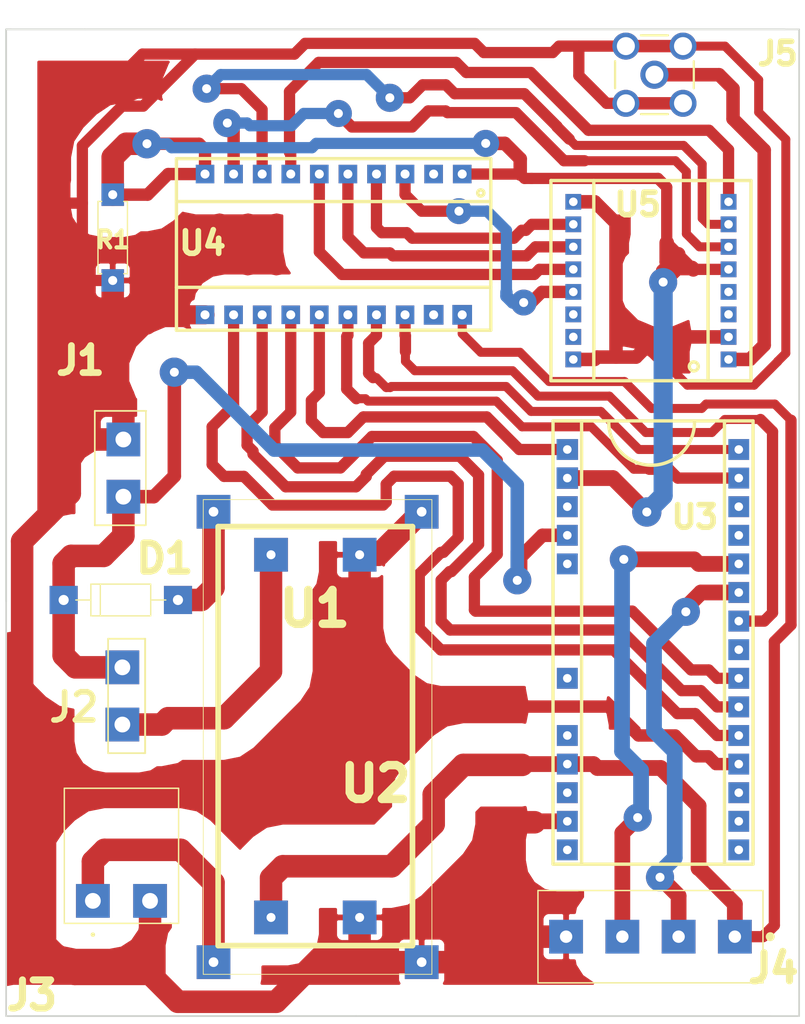
<source format=kicad_pcb>
(kicad_pcb (version 4) (host pcbnew 4.0.7)

  (general
    (links 225)
    (no_connects 84)
    (area 45.111999 55.20958 269.022501 146.467)
    (thickness 1.6)
    (drawings 17)
    (tracks 459)
    (zones 0)
    (modules 12)
    (nets 43)
  )

  (page A4)
  (layers
    (0 F.Cu signal)
    (31 B.Cu signal)
    (32 B.Adhes user)
    (33 F.Adhes user)
    (34 B.Paste user)
    (35 F.Paste user)
    (36 B.SilkS user)
    (37 F.SilkS user)
    (38 B.Mask user)
    (39 F.Mask user)
    (40 Dwgs.User user)
    (41 Cmts.User user)
    (42 Eco1.User user)
    (43 Eco2.User user)
    (44 Edge.Cuts user)
    (45 Margin user)
    (46 B.CrtYd user)
    (47 F.CrtYd user)
    (48 B.Fab user)
    (49 F.Fab user)
  )

  (setup
    (last_trace_width 0.25)
    (user_trace_width 0.8)
    (user_trace_width 1)
    (user_trace_width 1.1)
    (user_trace_width 1.2)
    (user_trace_width 1.3)
    (user_trace_width 1.4)
    (user_trace_width 1.7)
    (user_trace_width 2)
    (trace_clearance 0.2)
    (zone_clearance 2.7)
    (zone_45_only no)
    (trace_min 0.2)
    (segment_width 0.2)
    (edge_width 0.15)
    (via_size 0.6)
    (via_drill 0.4)
    (via_min_size 0.4)
    (via_min_drill 0.3)
    (uvia_size 0.3)
    (uvia_drill 0.1)
    (uvias_allowed no)
    (uvia_min_size 0.2)
    (uvia_min_drill 0.1)
    (pcb_text_width 0.3)
    (pcb_text_size 1.5 1.5)
    (mod_edge_width 0.15)
    (mod_text_size 1 1)
    (mod_text_width 0.15)
    (pad_size 3 3)
    (pad_drill 1.4)
    (pad_to_mask_clearance 0.2)
    (aux_axis_origin 0 0)
    (visible_elements 7FFFFFFF)
    (pcbplotparams
      (layerselection 0x00030_80000001)
      (usegerberextensions false)
      (excludeedgelayer true)
      (linewidth 0.100000)
      (plotframeref false)
      (viasonmask false)
      (mode 1)
      (useauxorigin false)
      (hpglpennumber 1)
      (hpglpenspeed 20)
      (hpglpendiameter 15)
      (hpglpenoverlay 2)
      (psnegative false)
      (psa4output false)
      (plotreference true)
      (plotvalue true)
      (plotinvisibletext false)
      (padsonsilk false)
      (subtractmaskfromsilk false)
      (outputformat 1)
      (mirror false)
      (drillshape 1)
      (scaleselection 1)
      (outputdirectory ""))
  )

  (net 0 "")
  (net 1 "Net-(D1-Pad1)")
  (net 2 "Net-(D1-Pad2)")
  (net 3 GND)
  (net 4 "Net-(J2-Pad1)")
  (net 5 "Net-(J3-Pad1)")
  (net 6 "Net-(J4-Pad1)")
  (net 7 "Net-(J4-Pad2)")
  (net 8 "Net-(J4-Pad3)")
  (net 9 "Net-(J5-Pad1)")
  (net 10 "Net-(R1-Pad1)")
  (net 11 "Net-(U3-Pad1)")
  (net 12 "Net-(U3-Pad3)")
  (net 13 "Net-(U3-Pad5)")
  (net 14 "Net-(U3-Pad9)")
  (net 15 "Net-(U3-Pad11)")
  (net 16 "Net-(U3-Pad13)")
  (net 17 "Net-(U3-Pad15)")
  (net 18 "Net-(U3-Pad16)")
  (net 19 "Net-(U3-Pad17)")
  (net 20 "Net-(U3-Pad18)")
  (net 21 "Net-(U3-Pad20)")
  (net 22 "Net-(U3-Pad21)")
  (net 23 "Net-(U3-Pad22)")
  (net 24 "Net-(U3-Pad23)")
  (net 25 "Net-(U3-Pad24)")
  (net 26 "Net-(U3-Pad27)")
  (net 27 "Net-(U3-Pad28)")
  (net 28 "Net-(U3-Pad29)")
  (net 29 "Net-(U3-Pad30)")
  (net 30 "Net-(U4-Pad2)")
  (net 31 "Net-(U4-Pad3)")
  (net 32 "Net-(U4-Pad4)")
  (net 33 "Net-(U4-Pad5)")
  (net 34 "Net-(U4-Pad6)")
  (net 35 "Net-(U4-Pad7)")
  (net 36 "Net-(U4-Pad8)")
  (net 37 "Net-(U4-Pad9)")
  (net 38 "Net-(U4-Pad19)")
  (net 39 "Net-(U5-Pad3)")
  (net 40 "Net-(U5-Pad4)")
  (net 41 "Net-(U5-Pad14)")
  (net 42 "Net-(U5-Pad15)")

  (net_class Default "This is the default net class."
    (clearance 0.2)
    (trace_width 0.25)
    (via_dia 0.6)
    (via_drill 0.4)
    (uvia_dia 0.3)
    (uvia_drill 0.1)
    (add_net GND)
    (add_net "Net-(D1-Pad1)")
    (add_net "Net-(D1-Pad2)")
    (add_net "Net-(J2-Pad1)")
    (add_net "Net-(J3-Pad1)")
    (add_net "Net-(J4-Pad1)")
    (add_net "Net-(J4-Pad2)")
    (add_net "Net-(J4-Pad3)")
    (add_net "Net-(J5-Pad1)")
    (add_net "Net-(R1-Pad1)")
    (add_net "Net-(U3-Pad1)")
    (add_net "Net-(U3-Pad11)")
    (add_net "Net-(U3-Pad13)")
    (add_net "Net-(U3-Pad15)")
    (add_net "Net-(U3-Pad16)")
    (add_net "Net-(U3-Pad17)")
    (add_net "Net-(U3-Pad18)")
    (add_net "Net-(U3-Pad20)")
    (add_net "Net-(U3-Pad21)")
    (add_net "Net-(U3-Pad22)")
    (add_net "Net-(U3-Pad23)")
    (add_net "Net-(U3-Pad24)")
    (add_net "Net-(U3-Pad27)")
    (add_net "Net-(U3-Pad28)")
    (add_net "Net-(U3-Pad29)")
    (add_net "Net-(U3-Pad3)")
    (add_net "Net-(U3-Pad30)")
    (add_net "Net-(U3-Pad5)")
    (add_net "Net-(U3-Pad9)")
    (add_net "Net-(U4-Pad19)")
    (add_net "Net-(U4-Pad2)")
    (add_net "Net-(U4-Pad3)")
    (add_net "Net-(U4-Pad4)")
    (add_net "Net-(U4-Pad5)")
    (add_net "Net-(U4-Pad6)")
    (add_net "Net-(U4-Pad7)")
    (add_net "Net-(U4-Pad8)")
    (add_net "Net-(U4-Pad9)")
    (add_net "Net-(U5-Pad14)")
    (add_net "Net-(U5-Pad15)")
    (add_net "Net-(U5-Pad3)")
    (add_net "Net-(U5-Pad4)")
  )

  (module libraries:SAMTEC_SMA-J-P-X-RA-TH1 (layer F.Cu) (tedit 63BED4C3) (tstamp 63BEA85B)
    (at 166.46398 60.2869 270)
    (path /63BEBA0C)
    (fp_text reference J5 (at -1.8669 -10.95502 360) (layer F.SilkS)
      (effects (font (size 2 2) (thickness 0.5)))
    )
    (fp_text value ANTENNA_SOCKET (at -5.10032 0.27432 360) (layer F.Fab)
      (effects (font (size 1.5 1.5) (thickness 0.375)))
    )
    (fp_line (start -3.5 -3.5) (end 3.5 -3.5) (layer F.Fab) (width 0.1))
    (fp_line (start 3.5 -3.5) (end 3.5 3.5) (layer F.Fab) (width 0.1))
    (fp_line (start 3.5 3.5) (end -3.5 3.5) (layer F.Fab) (width 0.1))
    (fp_line (start -3.5 3.5) (end -3.5 3.165) (layer F.Fab) (width 0.1))
    (fp_line (start -3.5 3.165) (end -3.5 -3.165) (layer F.Fab) (width 0.1))
    (fp_line (start -3.5 -3.165) (end -3.5 -3.5) (layer F.Fab) (width 0.1))
    (fp_line (start -1.2 -3.5) (end 1.2 -3.5) (layer F.SilkS) (width 0.2))
    (fp_line (start 3.5 1.2) (end 3.5 -1.2) (layer F.SilkS) (width 0.2))
    (fp_line (start -3.5 1.2) (end -3.5 -1.2) (layer F.SilkS) (width 0.2))
    (fp_line (start 1.2 3.5) (end -1.2 3.5) (layer F.SilkS) (width 0.2))
    (fp_line (start -3.75 -3.99) (end 3.99 -3.99) (layer F.CrtYd) (width 0.05))
    (fp_line (start 3.99 -3.99) (end 3.99 3.99) (layer F.CrtYd) (width 0.05))
    (fp_line (start 3.99 3.99) (end -3.75 3.99) (layer F.CrtYd) (width 0.05))
    (fp_line (start -3.75 -3.99) (end -3.75 -3.415) (layer F.CrtYd) (width 0.05))
    (fp_line (start -3.75 3.415) (end -3.75 3.99) (layer F.CrtYd) (width 0.05))
    (pad 1 thru_hole circle (at 0 0 270) (size 2.5 2.5) (drill 1.6) (layers *.Cu *.Mask)
      (net 9 "Net-(J5-Pad1)"))
    (pad 4 thru_hole circle (at -2.54 -2.54 270) (size 2.4 2.4) (drill 1.6) (layers *.Cu *.Mask)
      (net 3 GND))
    (pad 3 thru_hole circle (at 2.54 -2.54 270) (size 2.4 2.4) (drill 1.6) (layers *.Cu *.Mask)
      (net 3 GND))
    (pad 2 thru_hole circle (at 2.54 2.54 270) (size 2.4 2.4) (drill 1.6) (layers *.Cu *.Mask)
      (net 3 GND))
    (pad 5 thru_hole circle (at -2.54 2.54 270) (size 2.4 2.4) (drill 1.6) (layers *.Cu *.Mask)
      (net 3 GND))
  )

  (module nano:nano (layer F.Cu) (tedit 63BED234) (tstamp 63BEA893)
    (at 166.33952 111.35106 270)
    (path /63BE8341)
    (fp_text reference U3 (at -11.78306 -3.71348 360) (layer F.SilkS)
      (effects (font (size 2 2) (thickness 0.5)))
    )
    (fp_text value Arduino_Nano (at 5.65658 -0.20828 270) (layer F.Fab)
      (effects (font (size 1.5 1.5) (thickness 0.375)))
    )
    (fp_arc (start -20.193 0.127) (end -20.193 -3.683) (angle 180) (layer F.SilkS) (width 0.3))
    (fp_line (start -20.32 6.35) (end 19.05 6.35) (layer F.SilkS) (width 0.3))
    (fp_line (start -20.32 -6.35) (end 19.05 -6.35) (layer F.SilkS) (width 0.3))
    (fp_line (start -20.32 8.89) (end -20.32 -7.62) (layer F.SilkS) (width 0.3))
    (fp_line (start 19.05 8.89) (end -20.32 8.89) (layer F.SilkS) (width 0.3))
    (fp_line (start 19.05 -8.89) (end 19.05 8.89) (layer F.SilkS) (width 0.3))
    (fp_line (start -20.32 -8.89) (end 19.05 -8.89) (layer F.SilkS) (width 0.3))
    (fp_line (start -20.32 -7.62) (end -20.32 -8.89) (layer F.SilkS) (width 0.3))
    (pad 1 thru_hole rect (at -17.78 7.62 270) (size 1.85 1.9) (drill 0.762) (layers *.Cu *.Mask)
      (net 11 "Net-(U3-Pad1)"))
    (pad 2 thru_hole rect (at -15.24 7.62 270) (size 1.9 1.9) (drill 0.762) (layers *.Cu *.Mask)
      (net 10 "Net-(R1-Pad1)"))
    (pad 3 thru_hole rect (at -12.7 7.62 270) (size 1.86 1.85) (drill 0.762) (layers *.Cu *.Mask)
      (net 12 "Net-(U3-Pad3)"))
    (pad 4 thru_hole rect (at -10.16 7.62 270) (size 1.8524 1.8524) (drill 0.762) (layers *.Cu *.Mask)
      (net 1 "Net-(D1-Pad1)"))
    (pad 5 thru_hole rect (at -7.62 7.62 270) (size 1.8524 1.8524) (drill 0.762) (layers *.Cu *.Mask)
      (net 13 "Net-(U3-Pad5)"))
    (pad 9 thru_hole rect (at 2.54 7.62 270) (size 1.8524 1.8524) (drill 0.762) (layers *.Cu *.Mask)
      (net 14 "Net-(U3-Pad9)"))
    (pad 11 thru_hole rect (at 7.62 7.62 270) (size 1.8524 1.8524) (drill 0.762) (layers *.Cu *.Mask)
      (net 15 "Net-(U3-Pad11)"))
    (pad 12 thru_hole rect (at 10.16 7.62 270) (size 1.8524 1.8524) (drill 0.762) (layers *.Cu *.Mask)
      (net 6 "Net-(J4-Pad1)"))
    (pad 13 thru_hole rect (at 12.7 7.62 270) (size 1.8524 1.8524) (drill 0.762) (layers *.Cu *.Mask)
      (net 16 "Net-(U3-Pad13)"))
    (pad 14 thru_hole rect (at 15.24 7.62 270) (size 1.8524 1.8524) (drill 0.762) (layers *.Cu *.Mask)
      (net 3 GND))
    (pad 15 thru_hole rect (at 17.78 7.62 270) (size 1.8524 1.8524) (drill 0.762) (layers *.Cu *.Mask)
      (net 17 "Net-(U3-Pad15)"))
    (pad 16 thru_hole rect (at 17.78 -7.62 270) (size 1.8524 1.8524) (drill 0.762) (layers *.Cu *.Mask)
      (net 18 "Net-(U3-Pad16)"))
    (pad 17 thru_hole rect (at 15.24 -7.62 270) (size 1.8524 1.8524) (drill 0.762) (layers *.Cu *.Mask)
      (net 19 "Net-(U3-Pad17)"))
    (pad 18 thru_hole rect (at 12.7 -7.62 270) (size 1.8524 1.8524) (drill 0.762) (layers *.Cu *.Mask)
      (net 20 "Net-(U3-Pad18)"))
    (pad 19 thru_hole rect (at 10.16 -7.62 270) (size 1.8524 1.8524) (drill 0.762) (layers *.Cu *.Mask)
      (net 3 GND))
    (pad 20 thru_hole rect (at 7.62 -7.62 270) (size 1.8524 1.8524) (drill 0.762) (layers *.Cu *.Mask)
      (net 21 "Net-(U3-Pad20)"))
    (pad 21 thru_hole rect (at 5.08 -7.62 270) (size 1.8524 1.8524) (drill 0.762) (layers *.Cu *.Mask)
      (net 22 "Net-(U3-Pad21)"))
    (pad 22 thru_hole rect (at 2.54 -7.62 270) (size 1.8524 1.8524) (drill 0.762) (layers *.Cu *.Mask)
      (net 23 "Net-(U3-Pad22)"))
    (pad 23 thru_hole rect (at 0 -7.62 270) (size 1.8524 1.8524) (drill 0.762) (layers *.Cu *.Mask)
      (net 24 "Net-(U3-Pad23)"))
    (pad 24 thru_hole rect (at -2.54 -7.62 270) (size 1.8524 1.8524) (drill 0.762) (layers *.Cu *.Mask)
      (net 25 "Net-(U3-Pad24)"))
    (pad 25 thru_hole rect (at -5.08 -7.62 270) (size 1.8524 1.8524) (drill 0.762) (layers *.Cu *.Mask)
      (net 7 "Net-(J4-Pad2)"))
    (pad 26 thru_hole rect (at -7.62 -7.62 270) (size 1.8524 1.8524) (drill 0.762) (layers *.Cu *.Mask)
      (net 8 "Net-(J4-Pad3)"))
    (pad 27 thru_hole rect (at -10.16 -7.62 270) (size 1.8524 1.8524) (drill 0.762) (layers *.Cu *.Mask)
      (net 26 "Net-(U3-Pad27)"))
    (pad 28 thru_hole rect (at -12.7 -7.62 270) (size 1.8524 1.8524) (drill 0.762) (layers *.Cu *.Mask)
      (net 27 "Net-(U3-Pad28)"))
    (pad 29 thru_hole rect (at -15.24 -7.62 270) (size 1.8524 1.8524) (drill 0.762) (layers *.Cu *.Mask)
      (net 28 "Net-(U3-Pad29)"))
    (pad 30 thru_hole rect (at -17.78 -7.62 270) (size 1.8524 1.8524) (drill 0.762) (layers *.Cu *.Mask)
      (net 29 "Net-(U3-Pad30)"))
  )

  (module libs:brake1 (layer F.Cu) (tedit 63BED21D) (tstamp 63BEA8BF)
    (at 166.15274 78.57362 180)
    (path /63BE85B1)
    (fp_text reference U5 (at 1.17974 6.75512 180) (layer F.SilkS)
      (effects (font (size 2 2) (thickness 0.5)))
    )
    (fp_text value RFM95 (at 0.35932 1.12142 180) (layer F.Fab)
      (effects (font (size 1.5 1.5) (thickness 0.375)))
    )
    (fp_circle (center -3.81 -7.62) (end -3.683 -7.239) (layer F.SilkS) (width 0.3))
    (fp_line (start 5.08 -8.89) (end 5.08 8.89) (layer F.SilkS) (width 0.3))
    (fp_line (start -5.08 -8.89) (end -5.08 8.89) (layer F.SilkS) (width 0.3))
    (fp_line (start -8.89 8.89) (end -8.89 -8.89) (layer F.SilkS) (width 0.3))
    (fp_line (start 8.89 8.89) (end -8.89 8.89) (layer F.SilkS) (width 0.3))
    (fp_line (start 8.89 -8.89) (end 8.89 8.89) (layer F.SilkS) (width 0.3))
    (fp_line (start -8.89 -8.89) (end 8.89 -8.89) (layer F.SilkS) (width 0.3))
    (pad 1 thru_hole rect (at -6.9 -7 180) (size 1.4 1.4) (drill 0.762) (layers *.Cu *.Mask)
      (net 9 "Net-(J5-Pad1)"))
    (pad 2 thru_hole rect (at -6.9 -5 180) (size 1.4 1.4) (drill 0.762) (layers *.Cu *.Mask)
      (net 3 GND))
    (pad 3 thru_hole rect (at -6.9 -3 180) (size 1.4 1.4) (drill 0.762) (layers *.Cu *.Mask)
      (net 39 "Net-(U5-Pad3)"))
    (pad 4 thru_hole rect (at -6.9 -1 180) (size 1.4 1.4) (drill 0.762) (layers *.Cu *.Mask)
      (net 40 "Net-(U5-Pad4)"))
    (pad 5 thru_hole rect (at -6.9 1 180) (size 1.4 1.4) (drill 0.762) (layers *.Cu *.Mask)
      (net 10 "Net-(R1-Pad1)"))
    (pad 6 thru_hole rect (at -6.9 3 180) (size 1.4 1.4) (drill 0.762) (layers *.Cu *.Mask)
      (net 37 "Net-(U4-Pad9)"))
    (pad 7 thru_hole rect (at -6.9 5 180) (size 1.4 1.4) (drill 0.762) (layers *.Cu *.Mask)
      (net 36 "Net-(U4-Pad8)"))
    (pad 8 thru_hole rect (at -6.9 7 180) (size 1.4 1.4) (drill 0.762) (layers *.Cu *.Mask)
      (net 35 "Net-(U4-Pad7)"))
    (pad 9 thru_hole rect (at 6.9 7 180) (size 1.4 1.4) (drill 0.762) (layers *.Cu *.Mask)
      (net 3 GND))
    (pad 10 thru_hole rect (at 6.9 5 180) (size 1.4 1.4) (drill 0.762) (layers *.Cu *.Mask)
      (net 32 "Net-(U4-Pad4)"))
    (pad 11 thru_hole rect (at 6.9 3 180) (size 1.4 1.4) (drill 0.762) (layers *.Cu *.Mask)
      (net 33 "Net-(U4-Pad5)"))
    (pad 12 thru_hole rect (at 6.9 1 180) (size 1.4 1.4) (drill 0.762) (layers *.Cu *.Mask)
      (net 34 "Net-(U4-Pad6)"))
    (pad 13 thru_hole rect (at 6.9 -1 180) (size 1.4 1.4) (drill 0.762) (layers *.Cu *.Mask)
      (net 31 "Net-(U4-Pad3)"))
    (pad 14 thru_hole rect (at 6.9 -3 180) (size 1.4 1.4) (drill 0.762) (layers *.Cu *.Mask)
      (net 41 "Net-(U5-Pad14)"))
    (pad 15 thru_hole rect (at 6.9 -5 180) (size 1.4 1.4) (drill 0.762) (layers *.Cu *.Mask)
      (net 42 "Net-(U5-Pad15)"))
    (pad 16 thru_hole rect (at 6.9 -7 180) (size 1.4 1.4) (drill 0.762) (layers *.Cu *.Mask)
      (net 3 GND))
  )

  (module libraries:TE_282815-2 (layer F.Cu) (tedit 63BED2A3) (tstamp 63BEA844)
    (at 119.17172 115.45824 90)
    (path /63BE8F7F)
    (fp_text reference J2 (at -1.00076 -4.30022 180) (layer F.SilkS)
      (effects (font (size 2.5 2.5) (thickness 0.5)))
    )
    (fp_text value SWITCH (at -6.56844 0.30988 180) (layer F.Fab)
      (effects (font (size 1.5 1.5) (thickness 0.375)))
    )
    (fp_line (start -5.08 2.032) (end -5.08 1.905) (layer F.SilkS) (width 0.15))
    (fp_line (start 5.08 2.032) (end -5.08 2.032) (layer F.SilkS) (width 0.15))
    (fp_line (start 5.08 -1.27) (end 5.08 2.032) (layer F.SilkS) (width 0.15))
    (fp_line (start -5.08 -1.27) (end 5.08 -1.27) (layer F.SilkS) (width 0.15))
    (fp_line (start -5.08 1.905) (end -5.08 -1.27) (layer F.SilkS) (width 0.15))
    (fp_line (start 5.08 2) (end -5.08 2) (layer F.Fab) (width 0.127))
    (fp_line (start 5.08 2) (end -5.08 2) (layer F.SilkS) (width 0.127))
    (pad 1 thru_hole rect (at -2.54 0 90) (size 3 3) (drill 1.4) (layers *.Cu *.Mask)
      (net 4 "Net-(J2-Pad1)"))
    (pad 2 thru_hole rect (at 2.54 0 90) (size 3 3) (drill 1.4) (layers *.Cu *.Mask)
      (net 1 "Net-(D1-Pad1)"))
  )

  (module libraries:TE_282815-2 (layer F.Cu) (tedit 63BED2C6) (tstamp 63BEA83E)
    (at 119.26062 95.22206 90)
    (path /63BE91F5)
    (fp_text reference J1 (at 9.56056 -3.81762 180) (layer F.SilkS)
      (effects (font (size 2.4 2.4) (thickness 0.6)))
    )
    (fp_text value BATTERY (at 6.4516 -0.12954 180) (layer F.Fab)
      (effects (font (size 1.5 1.5) (thickness 0.375)))
    )
    (fp_line (start 5.08 -2.54) (end 5.08 2.032) (layer F.SilkS) (width 0.15))
    (fp_line (start -5.08 -2.54) (end 5.08 -2.54) (layer F.SilkS) (width 0.15))
    (fp_line (start -5.08 1.905) (end -5.08 -2.54) (layer F.SilkS) (width 0.15))
    (fp_line (start 5.08 2) (end -5.08 2) (layer F.Fab) (width 0.127))
    (fp_line (start 5.08 2) (end -5.08 2) (layer F.SilkS) (width 0.127))
    (pad 1 thru_hole rect (at -2.54 0 90) (size 3 3) (drill 1.4) (layers *.Cu *.Mask)
      (net 1 "Net-(D1-Pad1)"))
    (pad 2 thru_hole rect (at 2.54 0 90) (size 3 3) (drill 1.4) (layers *.Cu *.Mask)
      (net 3 GND))
  )

  (module LM2596:LM2596 (layer F.Cu) (tedit 63BED24C) (tstamp 63BEA869)
    (at 136.52314 119.10056 90)
    (path /63BEC117)
    (fp_text reference U1 (at 11.40456 -0.25214 180) (layer F.SilkS)
      (effects (font (size 3 3) (thickness 0.75)))
    )
    (fp_text value LM2596 (at 5.11048 -0.04318 180) (layer F.Fab)
      (effects (font (size 2 2) (thickness 0.5)))
    )
    (fp_line (start -21.082 10.16) (end -21.082 -10.16) (layer F.SilkS) (width 0.07))
    (fp_line (start 21.082 10.16) (end -21.082 10.16) (layer F.SilkS) (width 0.07))
    (fp_line (start 21.082 -10.16) (end 21.082 10.16) (layer F.SilkS) (width 0.07))
    (fp_line (start -21.082 -10.16) (end 21.082 -10.16) (layer F.SilkS) (width 0.07))
    (pad 1 thru_hole rect (at -20 -9.25 90) (size 3 3) (drill 0.862) (layers *.Cu *.Mask)
      (net 5 "Net-(J3-Pad1)"))
    (pad 3 thru_hole rect (at 20 -9.25 90) (size 3 3) (drill 0.862) (layers *.Cu *.Mask)
      (net 2 "Net-(D1-Pad2)"))
    (pad 2 thru_hole rect (at -20 9.25 90) (size 3 3) (drill 0.862) (layers *.Cu *.Mask)
      (net 3 GND))
    (pad 4 thru_hole rect (at 20 9.25 90) (size 3 3) (drill 0.862) (layers *.Cu *.Mask)
      (net 3 GND))
  )

  (module libs:MT3608 (layer F.Cu) (tedit 63BED25A) (tstamp 63BEA871)
    (at 136.321715 119.02504 270)
    (path /63BE9692)
    (fp_text reference U2 (at 4.22846 -5.346785 360) (layer F.SilkS)
      (effects (font (size 3 3) (thickness 0.75)))
    )
    (fp_text value MT3608 (at 8.24928 -0.060875 360) (layer F.Fab)
      (effects (font (size 2 2) (thickness 0.5)))
    )
    (fp_line (start -18.6055 -8.636) (end -18.6055 8.636) (layer F.SilkS) (width 0.5))
    (fp_line (start 18.6055 8.636) (end -18.6055 8.636) (layer F.SilkS) (width 0.5))
    (fp_line (start 18.6055 -8.636) (end 18.6055 8.636) (layer F.SilkS) (width 0.5))
    (fp_line (start -18.6055 -8.636) (end 18.6055 -8.636) (layer F.SilkS) (width 0.5))
    (pad 2 thru_hole rect (at -16.1055 -3.937085 270) (size 3 3) (drill 0.8) (layers *.Cu *.Mask)
      (net 3 GND))
    (pad 1 thru_hole rect (at -16.1055 3.937085 270) (size 3 3) (drill 0.8) (layers *.Cu *.Mask)
      (net 4 "Net-(J2-Pad1)"))
    (pad 4 thru_hole rect (at 16.1055 -3.937085 270) (size 3 3) (drill 0.8) (layers *.Cu *.Mask)
      (net 3 GND))
    (pad 3 thru_hole rect (at 16.1055 3.937085 270) (size 3 3) (drill 0.8) (layers *.Cu *.Mask)
      (net 6 "Net-(J4-Pad1)"))
  )

  (module Diodes_THT:D_A-405_P10.16mm_Horizontal (layer F.Cu) (tedit 63BED2B6) (tstamp 63BEA838)
    (at 113.95202 106.93654)
    (descr "D, A-405 series, Axial, Horizontal, pin pitch=10.16mm, , length*diameter=5.2*2.7mm^2, , http://www.diodes.com/_files/packages/A-405.pdf")
    (tags "D A-405 series Axial Horizontal pin pitch 10.16mm  length 5.2mm diameter 2.7mm")
    (path /63BECE98)
    (fp_text reference D1 (at 8.98398 -3.68554) (layer F.SilkS)
      (effects (font (size 2.5 2.5) (thickness 0.625)))
    )
    (fp_text value "" (at 5.08 2.41) (layer F.Fab)
      (effects (font (size 1 1) (thickness 0.15)))
    )
    (fp_text user %R (at 5.05714 0.04064) (layer F.Fab)
      (effects (font (size 1.5 1.5) (thickness 0.375)))
    )
    (fp_line (start 2.48 -1.35) (end 2.48 1.35) (layer F.Fab) (width 0.1))
    (fp_line (start 2.48 1.35) (end 7.68 1.35) (layer F.Fab) (width 0.1))
    (fp_line (start 7.68 1.35) (end 7.68 -1.35) (layer F.Fab) (width 0.1))
    (fp_line (start 7.68 -1.35) (end 2.48 -1.35) (layer F.Fab) (width 0.1))
    (fp_line (start 0 0) (end 2.48 0) (layer F.Fab) (width 0.1))
    (fp_line (start 10.16 0) (end 7.68 0) (layer F.Fab) (width 0.1))
    (fp_line (start 3.26 -1.35) (end 3.26 1.35) (layer F.Fab) (width 0.1))
    (fp_line (start 2.42 -1.41) (end 2.42 1.41) (layer F.SilkS) (width 0.12))
    (fp_line (start 2.42 1.41) (end 7.74 1.41) (layer F.SilkS) (width 0.12))
    (fp_line (start 7.74 1.41) (end 7.74 -1.41) (layer F.SilkS) (width 0.12))
    (fp_line (start 7.74 -1.41) (end 2.42 -1.41) (layer F.SilkS) (width 0.12))
    (fp_line (start 1.08 0) (end 2.42 0) (layer F.SilkS) (width 0.12))
    (fp_line (start 9.08 0) (end 7.74 0) (layer F.SilkS) (width 0.12))
    (fp_line (start 3.26 -1.41) (end 3.26 1.41) (layer F.SilkS) (width 0.12))
    (fp_line (start -1.15 -1.7) (end -1.15 1.7) (layer F.CrtYd) (width 0.05))
    (fp_line (start -1.15 1.7) (end 11.35 1.7) (layer F.CrtYd) (width 0.05))
    (fp_line (start 11.35 1.7) (end 11.35 -1.7) (layer F.CrtYd) (width 0.05))
    (fp_line (start 11.35 -1.7) (end -1.15 -1.7) (layer F.CrtYd) (width 0.05))
    (pad 1 thru_hole rect (at 0 0) (size 2.5 2.5) (drill 0.9) (layers *.Cu *.Mask)
      (net 1 "Net-(D1-Pad1)"))
    (pad 2 thru_hole rect (at 10.16 0) (size 2.5 2.5) (drill 0.9) (layers *.Cu *.Mask)
      (net 2 "Net-(D1-Pad2)"))
    (model ${KISYS3DMOD}/Diodes_THT.3dshapes/D_A-405_P10.16mm_Horizontal.wrl
      (at (xyz 0 0 0))
      (scale (xyz 0.393701 0.393701 0.393701))
      (rotate (xyz 0 0 0))
    )
  )

  (module libraries:TE_282815-2 (layer F.Cu) (tedit 63BED296) (tstamp 63BEA84A)
    (at 119.09044 133.65734)
    (path /63BE9189)
    (fp_text reference J3 (at -7.96544 8.39216) (layer F.SilkS)
      (effects (font (size 2.5 2.5) (thickness 0.625)))
    )
    (fp_text value SOLAR (at 1.155 3.615) (layer F.Fab)
      (effects (font (size 1.5 1.5) (thickness 0.375)))
    )
    (fp_line (start -5.08 2) (end -5.08 -10) (layer F.Fab) (width 0.127))
    (fp_line (start -5.08 -10) (end 5.08 -10) (layer F.Fab) (width 0.127))
    (fp_line (start 5.08 -10) (end 5.08 2) (layer F.Fab) (width 0.127))
    (fp_line (start 5.08 2) (end -5.08 2) (layer F.Fab) (width 0.127))
    (fp_line (start -5.08 2) (end -5.08 -10) (layer F.SilkS) (width 0.127))
    (fp_line (start 5.08 -10) (end 5.08 2) (layer F.SilkS) (width 0.127))
    (fp_line (start -5.08 -10) (end 5.08 -10) (layer F.SilkS) (width 0.127))
    (fp_line (start 5.08 2) (end -5.08 2) (layer F.SilkS) (width 0.127))
    (fp_line (start -5.33 -10.25) (end 5.33 -10.25) (layer F.CrtYd) (width 0.05))
    (fp_line (start 5.33 2.25) (end -5.33 2.25) (layer F.CrtYd) (width 0.05))
    (fp_line (start -5.33 2.25) (end -5.33 -10.25) (layer F.CrtYd) (width 0.05))
    (fp_line (start 5.33 -10.25) (end 5.33 2.25) (layer F.CrtYd) (width 0.05))
    (fp_circle (center -2.54 3) (end -2.44 3) (layer F.SilkS) (width 0.2))
    (fp_circle (center -2.54 3) (end -2.44 3) (layer F.Fab) (width 0.2))
    (pad 1 thru_hole rect (at -2.54 0) (size 3 3) (drill 1.4) (layers *.Cu *.Mask)
      (net 5 "Net-(J3-Pad1)"))
    (pad 2 thru_hole rect (at 2.54 0) (size 3 3) (drill 1.4) (layers *.Cu *.Mask)
      (net 3 GND))
  )

  (module libraries:TE_282836-4 (layer F.Cu) (tedit 63BED284) (tstamp 63BEA852)
    (at 166.11154 136.83742 180)
    (path /63BEAE9A)
    (fp_text reference J4 (at -10.92646 -2.79908 180) (layer F.SilkS)
      (effects (font (size 2.5 2.5) (thickness 0.625)))
    )
    (fp_text value HC-SR04 (at -0.5645 -3.17246 180) (layer F.Fab)
      (effects (font (size 1.5 1.5) (thickness 0.375)))
    )
    (fp_line (start -10 -4.1) (end -10 4.1) (layer F.Fab) (width 0.127))
    (fp_line (start -10 4.1) (end 10 4.1) (layer F.Fab) (width 0.127))
    (fp_line (start 10 4.1) (end 10 -4.1) (layer F.Fab) (width 0.127))
    (fp_line (start 10 -4.1) (end -10 -4.1) (layer F.Fab) (width 0.127))
    (fp_line (start -10 -4.1) (end -10 4.1) (layer F.SilkS) (width 0.127))
    (fp_line (start -10 4.1) (end 10 4.1) (layer F.SilkS) (width 0.127))
    (fp_line (start 10 4.1) (end 10 -4.1) (layer F.SilkS) (width 0.127))
    (fp_line (start 10 -4.1) (end -10 -4.1) (layer F.SilkS) (width 0.127))
    (fp_circle (center -10.645 0) (end -10.445 0) (layer F.SilkS) (width 0.4))
    (fp_line (start -10.25 -4.35) (end 10.25 -4.35) (layer F.CrtYd) (width 0.05))
    (fp_line (start 10.25 -4.35) (end 10.25 4.35) (layer F.CrtYd) (width 0.05))
    (fp_line (start 10.25 4.35) (end -10.25 4.35) (layer F.CrtYd) (width 0.05))
    (fp_line (start -10.25 4.35) (end -10.25 -4.35) (layer F.CrtYd) (width 0.05))
    (pad 1 thru_hole rect (at -7.5 0 180) (size 3 3) (drill 1.1) (layers *.Cu *.Mask)
      (net 6 "Net-(J4-Pad1)"))
    (pad 2 thru_hole rect (at -2.5 0 180) (size 3 3) (drill 1.1) (layers *.Cu *.Mask)
      (net 7 "Net-(J4-Pad2)"))
    (pad 3 thru_hole rect (at 2.5 0 180) (size 3 3) (drill 1.1) (layers *.Cu *.Mask)
      (net 8 "Net-(J4-Pad3)"))
    (pad 4 thru_hole rect (at 7.5 0 180) (size 3 3) (drill 1.1) (layers *.Cu *.Mask)
      (net 3 GND))
  )

  (module Resistors_THT:R_Axial_DIN0207_L6.3mm_D2.5mm_P7.62mm_Horizontal (layer F.Cu) (tedit 63BED202) (tstamp 63BEA861)
    (at 118.3132 70.93966 270)
    (descr "Resistor, Axial_DIN0207 series, Axial, Horizontal, pin pitch=7.62mm, 0.25W = 1/4W, length*diameter=6.3*2.5mm^2, http://cdn-reichelt.de/documents/datenblatt/B400/1_4W%23YAG.pdf")
    (tags "Resistor Axial_DIN0207 series Axial Horizontal pin pitch 7.62mm 0.25W = 1/4W length 6.3mm diameter 2.5mm")
    (path /63BEB3A1)
    (fp_text reference R1 (at 4.00558 -0.02032 360) (layer F.SilkS)
      (effects (font (size 1.5 1.5) (thickness 0.375)))
    )
    (fp_text value "" (at 3.82016 3.30962 270) (layer F.Fab)
      (effects (font (size 1.5 1.5) (thickness 0.375)))
    )
    (fp_line (start 0.66 -1.25) (end 0.66 1.25) (layer F.Fab) (width 0.1))
    (fp_line (start 0.66 1.25) (end 6.96 1.25) (layer F.Fab) (width 0.1))
    (fp_line (start 6.96 1.25) (end 6.96 -1.25) (layer F.Fab) (width 0.1))
    (fp_line (start 6.96 -1.25) (end 0.66 -1.25) (layer F.Fab) (width 0.1))
    (fp_line (start 0 0) (end 0.66 0) (layer F.Fab) (width 0.1))
    (fp_line (start 7.62 0) (end 6.96 0) (layer F.Fab) (width 0.1))
    (fp_line (start 0.6 -0.98) (end 0.6 -1.31) (layer F.SilkS) (width 0.12))
    (fp_line (start 0.6 -1.31) (end 7.02 -1.31) (layer F.SilkS) (width 0.12))
    (fp_line (start 7.02 -1.31) (end 7.02 -0.98) (layer F.SilkS) (width 0.12))
    (fp_line (start 0.6 0.98) (end 0.6 1.31) (layer F.SilkS) (width 0.12))
    (fp_line (start 0.6 1.31) (end 7.02 1.31) (layer F.SilkS) (width 0.12))
    (fp_line (start 7.02 1.31) (end 7.02 0.98) (layer F.SilkS) (width 0.12))
    (fp_line (start -1.05 -1.6) (end -1.05 1.6) (layer F.CrtYd) (width 0.05))
    (fp_line (start -1.05 1.6) (end 8.7 1.6) (layer F.CrtYd) (width 0.05))
    (fp_line (start 8.7 1.6) (end 8.7 -1.6) (layer F.CrtYd) (width 0.05))
    (fp_line (start 8.7 -1.6) (end -1.05 -1.6) (layer F.CrtYd) (width 0.05))
    (pad 1 thru_hole rect (at 0 0 270) (size 2 2) (drill 0.8) (layers *.Cu *.Mask)
      (net 10 "Net-(R1-Pad1)"))
    (pad 2 thru_hole rect (at 7.62 0 270) (size 2 2) (drill 0.8) (layers *.Cu *.Mask)
      (net 3 GND))
    (model ${KISYS3DMOD}/Resistors_THT.3dshapes/R_Axial_DIN0207_L6.3mm_D2.5mm_P7.62mm_Horizontal.wrl
      (at (xyz 0 0 0))
      (scale (xyz 0.393701 0.393701 0.393701))
      (rotate (xyz 0 0 0))
    )
  )

  (module SHIFT:SHIFT (layer F.Cu) (tedit 63BED213) (tstamp 63BEA8AB)
    (at 137.9474 75.35926 180)
    (path /63BE83BF)
    (fp_text reference U4 (at 11.6459 0.11176 180) (layer F.SilkS)
      (effects (font (size 2 2) (thickness 0.5)))
    )
    (fp_text value TXS0108E (at 0.5715 -0.1143 180) (layer F.Fab)
      (effects (font (size 2 2) (thickness 0.5)))
    )
    (fp_circle (center -13.081 4.572) (end -12.954 4.572) (layer F.SilkS) (width 0.3))
    (fp_line (start -13.97 3.81) (end 13.97 3.81) (layer F.SilkS) (width 0.3))
    (fp_line (start -13.97 -3.81) (end 13.97 -3.81) (layer F.SilkS) (width 0.3))
    (fp_line (start -13.97 7.62) (end -13.97 -7.62) (layer F.SilkS) (width 0.3))
    (fp_line (start 13.97 7.62) (end -13.97 7.62) (layer F.SilkS) (width 0.3))
    (fp_line (start 13.97 -7.62) (end 13.97 7.62) (layer F.SilkS) (width 0.3))
    (fp_line (start -13.97 -7.62) (end 13.97 -7.62) (layer F.SilkS) (width 0.3))
    (pad 1 thru_hole rect (at -11.43 6.25 180) (size 1.65 1.65) (drill 0.8) (layers *.Cu *.Mask)
      (net 10 "Net-(R1-Pad1)"))
    (pad 2 thru_hole rect (at -8.89 6.25 180) (size 1.65 1.65) (drill 0.8) (layers *.Cu *.Mask)
      (net 30 "Net-(U4-Pad2)"))
    (pad 3 thru_hole rect (at -6.35 6.25 180) (size 1.65 1.65) (drill 0.8) (layers *.Cu *.Mask)
      (net 31 "Net-(U4-Pad3)"))
    (pad 4 thru_hole rect (at -3.81 6.25 180) (size 1.65 1.65) (drill 0.8) (layers *.Cu *.Mask)
      (net 32 "Net-(U4-Pad4)"))
    (pad 5 thru_hole rect (at -1.27 6.25 180) (size 1.65 1.65) (drill 0.8) (layers *.Cu *.Mask)
      (net 33 "Net-(U4-Pad5)"))
    (pad 6 thru_hole rect (at 1.27 6.25 180) (size 1.65 1.65) (drill 0.8) (layers *.Cu *.Mask)
      (net 34 "Net-(U4-Pad6)"))
    (pad 7 thru_hole rect (at 3.81 6.25 180) (size 1.65 1.65) (drill 0.8) (layers *.Cu *.Mask)
      (net 35 "Net-(U4-Pad7)"))
    (pad 8 thru_hole rect (at 6.35 6.25 180) (size 1.65 1.65) (drill 0.8) (layers *.Cu *.Mask)
      (net 36 "Net-(U4-Pad8)"))
    (pad 9 thru_hole rect (at 8.89 6.25 180) (size 1.65 1.65) (drill 0.8) (layers *.Cu *.Mask)
      (net 37 "Net-(U4-Pad9)"))
    (pad 10 thru_hole rect (at 11.43 6.25 180) (size 1.65 1.65) (drill 0.8) (layers *.Cu *.Mask)
      (net 10 "Net-(R1-Pad1)"))
    (pad 11 thru_hole rect (at 11.43 -6.25 180) (size 1.65 1.65) (drill 0.8) (layers *.Cu *.Mask)
      (net 3 GND))
    (pad 12 thru_hole rect (at 8.89 -6.25 180) (size 1.65 1.65) (drill 0.8) (layers *.Cu *.Mask)
      (net 21 "Net-(U3-Pad20)"))
    (pad 13 thru_hole rect (at 6.35 -6.25 180) (size 1.65 1.65) (drill 0.8) (layers *.Cu *.Mask)
      (net 22 "Net-(U3-Pad21)"))
    (pad 14 thru_hole rect (at 3.81 -6.25 180) (size 1.65 1.65) (drill 0.8) (layers *.Cu *.Mask)
      (net 23 "Net-(U3-Pad22)"))
    (pad 15 thru_hole rect (at 1.27 -6.25 180) (size 1.65 1.65) (drill 0.8) (layers *.Cu *.Mask)
      (net 11 "Net-(U3-Pad1)"))
    (pad 16 thru_hole rect (at -1.27 -6.25 180) (size 1.65 1.65) (drill 0.8) (layers *.Cu *.Mask)
      (net 28 "Net-(U3-Pad29)"))
    (pad 17 thru_hole rect (at -3.81 -6.25 180) (size 1.65 1.65) (drill 0.8) (layers *.Cu *.Mask)
      (net 29 "Net-(U3-Pad30)"))
    (pad 18 thru_hole rect (at -6.35 -6.25 180) (size 1.65 1.65) (drill 0.8) (layers *.Cu *.Mask)
      (net 25 "Net-(U3-Pad24)"))
    (pad 19 thru_hole rect (at -8.89 -6.25 180) (size 1.75 1.75) (drill 0.8) (layers *.Cu *.Mask)
      (net 38 "Net-(U4-Pad19)"))
    (pad 20 thru_hole rect (at -11.43 -6.25 180) (size 1.75 1.75) (drill 0.8) (layers *.Cu *.Mask)
      (net 6 "Net-(J4-Pad1)"))
  )

  (gr_line (start 108.839 56.261) (end 109.2835 56.261) (layer Edge.Cuts) (width 0.15))
  (gr_line (start 108.839 143.891) (end 108.839 56.261) (layer Edge.Cuts) (width 0.15))
  (gr_line (start 179.324 143.891) (end 108.839 143.891) (layer Edge.Cuts) (width 0.15))
  (gr_line (start 179.324 56.261) (end 179.324 143.891) (layer Edge.Cuts) (width 0.15))
  (gr_line (start 108.839 56.261) (end 179.324 56.261) (layer Edge.Cuts) (width 0.15))
  (gr_line (start 179.324 143.891) (end 176.784 143.891) (layer Eco2.User) (width 0.2))
  (gr_line (start 179.324 96.901) (end 179.324 143.891) (layer Eco2.User) (width 0.2))
  (gr_line (start 179.324 56.261) (end 178.054 56.261) (layer Eco2.User) (width 0.2))
  (gr_line (start 179.324 96.901) (end 179.324 56.261) (layer Eco2.User) (width 0.2))
  (gr_line (start 108.839 143.891) (end 109.474 143.891) (layer Eco2.User) (width 0.2))
  (gr_line (start 108.839 107.061) (end 108.839 143.891) (layer Eco2.User) (width 0.2))
  (gr_line (start 139.954 143.891) (end 109.474 143.891) (layer Edge.Cuts) (width 0.15))
  (gr_line (start 139.954 143.891) (end 176.784 143.891) (layer Edge.Cuts) (width 0.15))
  (gr_line (start 108.839 56.261) (end 115.824 56.261) (layer Edge.Cuts) (width 0.15))
  (gr_line (start 108.839 107.061) (end 108.839 56.261) (layer Edge.Cuts) (width 0.15))
  (gr_line (start 150.749 56.261) (end 115.824 56.261) (layer Edge.Cuts) (width 0.15))
  (gr_line (start 150.749 56.261) (end 178.054 56.261) (layer Edge.Cuts) (width 0.15))

  (segment (start 151.17826 93.62186) (end 154.27198 96.71558) (width 1.2) (layer B.Cu) (net 1))
  (segment (start 154.27198 96.71558) (end 154.27198 105.19156) (width 1.2) (layer B.Cu) (net 1))
  (segment (start 132.6515 93.62186) (end 151.17826 93.62186) (width 1.2) (layer B.Cu) (net 1))
  (segment (start 154.571979 103.121181) (end 156.5021 101.19106) (width 1.2) (layer F.Cu) (net 1))
  (segment (start 156.5021 101.19106) (end 158.71952 101.19106) (width 1.2) (layer F.Cu) (net 1))
  (segment (start 154.27198 105.19156) (end 154.571979 104.891561) (width 1.2) (layer F.Cu) (net 1))
  (segment (start 154.571979 104.891561) (end 154.571979 103.121181) (width 1.2) (layer F.Cu) (net 1))
  (segment (start 154.27198 102.575922) (end 154.27198 105.19156) (width 1.2) (layer B.Cu) (net 1))
  (via (at 154.27198 105.19156) (size 2.5) (drill 0.8) (layers F.Cu B.Cu) (net 1))
  (segment (start 125.73762 86.70798) (end 132.6515 93.62186) (width 1.2) (layer B.Cu) (net 1))
  (segment (start 123.78944 86.70798) (end 125.73762 86.70798) (width 1.2) (layer B.Cu) (net 1))
  (segment (start 119.26062 97.76206) (end 121.96062 97.76206) (width 1.2) (layer F.Cu) (net 1))
  (segment (start 121.96062 97.76206) (end 123.78944 95.93324) (width 1.2) (layer F.Cu) (net 1))
  (segment (start 123.78944 95.93324) (end 123.78944 86.70798) (width 1.2) (layer F.Cu) (net 1))
  (via (at 123.78944 86.70798) (size 2.6) (drill 0.8) (layers F.Cu B.Cu) (net 1))
  (segment (start 113.95202 111.86414) (end 115.00612 112.91824) (width 2) (layer F.Cu) (net 1))
  (segment (start 115.00612 112.91824) (end 119.17172 112.91824) (width 2) (layer F.Cu) (net 1))
  (segment (start 113.95202 106.93654) (end 113.95202 111.86414) (width 2) (layer F.Cu) (net 1))
  (segment (start 117.50282 103.01986) (end 114.6187 103.01986) (width 2) (layer F.Cu) (net 1))
  (segment (start 114.6187 103.01986) (end 113.95202 103.68654) (width 2) (layer F.Cu) (net 1))
  (segment (start 113.95202 103.68654) (end 113.95202 106.93654) (width 2) (layer F.Cu) (net 1))
  (segment (start 119.26062 97.76206) (end 119.26062 101.26206) (width 2) (layer F.Cu) (net 1))
  (segment (start 119.26062 101.26206) (end 117.50282 103.01986) (width 2) (layer F.Cu) (net 1))
  (segment (start 127.27314 105.83536) (end 126.17196 106.93654) (width 2) (layer F.Cu) (net 2))
  (segment (start 126.17196 106.93654) (end 124.11202 106.93654) (width 2) (layer F.Cu) (net 2))
  (segment (start 127.27314 99.10056) (end 127.27314 105.83536) (width 2) (layer F.Cu) (net 2))
  (segment (start 175.72736 60.73902) (end 172.73524 57.7469) (width 0.8) (layer F.Cu) (net 3))
  (segment (start 172.73524 57.7469) (end 169.00398 57.7469) (width 0.8) (layer F.Cu) (net 3))
  (segment (start 175.72736 63.61684) (end 175.72736 60.73902) (width 0.8) (layer F.Cu) (net 3))
  (segment (start 178.14036 66.02984) (end 175.72736 63.61684) (width 0.8) (layer F.Cu) (net 3))
  (segment (start 178.14036 85.02142) (end 178.14036 66.02984) (width 0.8) (layer F.Cu) (net 3))
  (segment (start 177.42013 85.74165) (end 178.14036 85.02142) (width 0.8) (layer F.Cu) (net 3))
  (segment (start 175.3235 87.8586) (end 177.42013 85.76197) (width 0.8) (layer F.Cu) (net 3))
  (segment (start 177.42013 85.76197) (end 177.42013 85.74165) (width 0.8) (layer F.Cu) (net 3))
  (segment (start 169.3926 87.8586) (end 175.3235 87.8586) (width 0.8) (layer F.Cu) (net 3))
  (segment (start 166.01948 84.48548) (end 169.3926 87.8586) (width 0.8) (layer F.Cu) (net 3))
  (segment (start 165.95344 84.45246) (end 165.98646 84.48548) (width 0.8) (layer F.Cu) (net 3))
  (segment (start 165.98646 84.48548) (end 166.01948 84.48548) (width 0.8) (layer F.Cu) (net 3))
  (segment (start 165.95344 84.2391) (end 166.61892 83.57362) (width 1.2) (layer F.Cu) (net 3))
  (segment (start 164.82822 85.36432) (end 165.95344 84.2391) (width 1.2) (layer F.Cu) (net 3))
  (segment (start 165.95344 84.2391) (end 165.95344 84.45246) (width 0.8) (layer F.Cu) (net 3))
  (segment (start 152.63368 139.10056) (end 154.89682 136.83742) (width 2) (layer F.Cu) (net 3))
  (segment (start 154.89682 136.83742) (end 158.61154 136.83742) (width 2) (layer F.Cu) (net 3))
  (segment (start 149.27314 139.10056) (end 152.63368 139.10056) (width 2) (layer F.Cu) (net 3))
  (segment (start 140.2588 118.50116) (end 140.2588 116.08054) (width 2) (layer F.Cu) (net 3))
  (segment (start 140.2588 116.08054) (end 140.2588 102.91954) (width 2) (layer F.Cu) (net 3))
  (segment (start 162.4838 116.40312) (end 140.58138 116.40312) (width 1.1) (layer F.Cu) (net 3))
  (segment (start 140.58138 116.40312) (end 140.2588 116.08054) (width 1.1) (layer F.Cu) (net 3))
  (segment (start 165.0492 118.96852) (end 162.4838 116.40312) (width 1.1) (layer F.Cu) (net 3))
  (segment (start 168.3131 118.96852) (end 165.0492 118.96852) (width 1.1) (layer F.Cu) (net 3))
  (segment (start 170.16476 120.82018) (end 168.3131 118.96852) (width 1.1) (layer F.Cu) (net 3))
  (segment (start 171.24244 120.82018) (end 170.16476 120.82018) (width 1.1) (layer F.Cu) (net 3))
  (segment (start 173.95952 121.51106) (end 171.93332 121.51106) (width 1.1) (layer F.Cu) (net 3))
  (segment (start 171.93332 121.51106) (end 171.24244 120.82018) (width 1.1) (layer F.Cu) (net 3))
  (segment (start 155.8163 126.67742) (end 155.90266 126.59106) (width 1.4) (layer F.Cu) (net 3))
  (segment (start 155.90266 126.59106) (end 158.71952 126.59106) (width 1.4) (layer F.Cu) (net 3))
  (segment (start 154.1526 126.67742) (end 155.8163 126.67742) (width 2) (layer F.Cu) (net 3))
  (segment (start 151.48814 129.34188) (end 154.1526 126.67742) (width 2) (layer F.Cu) (net 3))
  (segment (start 151.48814 131.72694) (end 151.48814 129.34188) (width 2) (layer F.Cu) (net 3))
  (segment (start 149.27314 133.94194) (end 151.48814 131.72694) (width 2) (layer F.Cu) (net 3))
  (segment (start 149.27314 139.10056) (end 149.27314 133.94194) (width 2) (layer F.Cu) (net 3))
  (segment (start 145.77314 139.10056) (end 149.27314 139.10056) (width 2) (layer F.Cu) (net 3))
  (segment (start 163.92398 62.8269) (end 169.00398 62.8269) (width 1.1) (layer F.Cu) (net 3))
  (segment (start 163.92398 57.7469) (end 169.00398 57.7469) (width 1.1) (layer F.Cu) (net 3))
  (segment (start 163.04768 73.46442) (end 161.15688 71.57362) (width 1.2) (layer F.Cu) (net 3))
  (segment (start 161.15688 71.57362) (end 159.25274 71.57362) (width 1.2) (layer F.Cu) (net 3))
  (segment (start 163.04768 85.36432) (end 164.82822 85.36432) (width 1.2) (layer F.Cu) (net 3))
  (segment (start 161.36204 85.36432) (end 163.04768 85.36432) (width 1.2) (layer F.Cu) (net 3))
  (segment (start 163.04768 85.36432) (end 163.04768 73.46442) (width 1.2) (layer F.Cu) (net 3))
  (segment (start 166.61892 83.57362) (end 173.05274 83.57362) (width 1.2) (layer F.Cu) (net 3))
  (segment (start 159.25274 85.57362) (end 161.15274 85.57362) (width 1.2) (layer F.Cu) (net 3))
  (segment (start 161.15274 85.57362) (end 161.36204 85.36432) (width 1.2) (layer F.Cu) (net 3))
  (segment (start 112.4458 66.96202) (end 120.95226 58.45556) (width 1) (layer F.Cu) (net 3))
  (segment (start 120.95226 58.45556) (end 125.63856 58.45556) (width 1) (layer F.Cu) (net 3))
  (segment (start 112.4458 72.49668) (end 112.4458 66.96202) (width 1) (layer F.Cu) (net 3))
  (segment (start 110.2614 101.71684) (end 112.4458 99.53244) (width 2) (layer F.Cu) (net 3))
  (segment (start 113.24844 71.69404) (end 112.4458 72.49668) (width 1) (layer F.Cu) (net 3))
  (segment (start 112.4458 99.53244) (end 114.49812 97.48012) (width 2) (layer F.Cu) (net 3))
  (segment (start 112.4458 72.49668) (end 112.4458 99.53244) (width 1) (layer F.Cu) (net 3))
  (segment (start 115.61572 71.69404) (end 115.61572 66.59626) (width 1) (layer F.Cu) (net 3))
  (segment (start 115.61572 77.86218) (end 115.61572 71.69404) (width 1) (layer F.Cu) (net 3))
  (segment (start 115.61572 71.69404) (end 113.24844 71.69404) (width 1) (layer F.Cu) (net 3))
  (segment (start 159.74314 57.7469) (end 159.74314 60.36056) (width 1) (layer F.Cu) (net 3))
  (segment (start 159.74314 60.36056) (end 162.20948 62.8269) (width 1) (layer F.Cu) (net 3))
  (segment (start 162.20948 62.8269) (end 163.92398 62.8269) (width 1) (layer F.Cu) (net 3))
  (segment (start 159.74314 57.7469) (end 163.92398 57.7469) (width 1) (layer F.Cu) (net 3))
  (segment (start 157.99308 57.7469) (end 159.74314 57.7469) (width 1) (layer F.Cu) (net 3))
  (segment (start 157.41904 58.32094) (end 157.99308 57.7469) (width 1) (layer F.Cu) (net 3))
  (segment (start 151.30018 58.32094) (end 157.41904 58.32094) (width 1) (layer F.Cu) (net 3))
  (segment (start 150.47976 57.50052) (end 151.30018 58.32094) (width 1) (layer F.Cu) (net 3))
  (segment (start 135.4201 57.50052) (end 150.47976 57.50052) (width 1) (layer F.Cu) (net 3))
  (segment (start 134.46506 58.45556) (end 135.4201 57.50052) (width 1) (layer F.Cu) (net 3))
  (segment (start 125.63856 58.45556) (end 134.46506 58.45556) (width 1) (layer F.Cu) (net 3))
  (segment (start 121.0183 63.07582) (end 125.63856 58.45556) (width 1) (layer F.Cu) (net 3))
  (segment (start 119.13616 63.07582) (end 121.0183 63.07582) (width 1) (layer F.Cu) (net 3))
  (segment (start 115.61572 66.59626) (end 119.13616 63.07582) (width 1) (layer F.Cu) (net 3))
  (segment (start 118.3132 78.55966) (end 116.3132 78.55966) (width 1) (layer F.Cu) (net 3))
  (segment (start 116.3132 78.55966) (end 115.61572 77.86218) (width 1) (layer F.Cu) (net 3))
  (segment (start 114.49812 93.6625) (end 115.47856 92.68206) (width 2) (layer F.Cu) (net 3))
  (segment (start 115.47856 92.68206) (end 119.26062 92.68206) (width 2) (layer F.Cu) (net 3))
  (segment (start 114.49812 97.48012) (end 114.49812 93.6625) (width 2) (layer F.Cu) (net 3))
  (segment (start 110.2614 121.82094) (end 110.2614 101.71684) (width 2) (layer F.Cu) (net 3))
  (segment (start 113.81994 125.37948) (end 110.2614 121.82094) (width 2) (layer F.Cu) (net 3))
  (segment (start 113.94948 125.37948) (end 114.96548 124.36348) (width 2) (layer F.Cu) (net 3))
  (segment (start 112.29848 127.03048) (end 113.94948 125.37948) (width 2) (layer F.Cu) (net 3))
  (segment (start 113.94948 125.37948) (end 113.81994 125.37948) (width 2) (layer F.Cu) (net 3))
  (segment (start 112.29848 137.4902) (end 112.29848 127.03048) (width 2) (layer F.Cu) (net 3))
  (segment (start 114.95278 140.1445) (end 112.29848 137.4902) (width 2) (layer F.Cu) (net 3))
  (segment (start 121.63044 140.1445) (end 114.95278 140.1445) (width 2) (layer F.Cu) (net 3))
  (segment (start 134.39648 124.36348) (end 140.2588 118.50116) (width 2) (layer F.Cu) (net 3))
  (segment (start 114.96548 124.36348) (end 134.39648 124.36348) (width 2) (layer F.Cu) (net 3))
  (segment (start 121.63044 137.99058) (end 121.63044 140.1445) (width 2) (layer F.Cu) (net 3))
  (segment (start 121.63044 133.65734) (end 121.63044 137.99058) (width 2) (layer F.Cu) (net 3))
  (segment (start 140.16216 138.72718) (end 140.53554 139.10056) (width 2) (layer F.Cu) (net 3))
  (segment (start 140.53554 139.10056) (end 145.77314 139.10056) (width 2) (layer F.Cu) (net 3))
  (segment (start 132.83692 142.61846) (end 136.7282 138.72718) (width 2) (layer F.Cu) (net 3))
  (segment (start 121.63044 140.1445) (end 124.1044 142.61846) (width 2) (layer F.Cu) (net 3))
  (segment (start 140.16216 138.72718) (end 140.2588 138.63054) (width 2) (layer F.Cu) (net 3))
  (segment (start 124.1044 142.61846) (end 132.83692 142.61846) (width 2) (layer F.Cu) (net 3))
  (segment (start 136.7282 138.72718) (end 140.16216 138.72718) (width 2) (layer F.Cu) (net 3))
  (segment (start 140.2588 138.63054) (end 140.2588 135.13054) (width 2) (layer F.Cu) (net 3))
  (segment (start 140.2588 102.91954) (end 141.95416 102.91954) (width 2) (layer F.Cu) (net 3))
  (segment (start 141.95416 102.91954) (end 145.77314 99.10056) (width 2) (layer F.Cu) (net 3))
  (segment (start 118.3132 87.87638) (end 119.26062 88.8238) (width 2) (layer F.Cu) (net 3))
  (segment (start 119.26062 88.8238) (end 119.26062 92.68206) (width 2) (layer F.Cu) (net 3))
  (segment (start 118.3132 82.37728) (end 118.3132 87.87638) (width 2) (layer F.Cu) (net 3))
  (segment (start 122.06064 81.60926) (end 126.5174 81.60926) (width 1.7) (layer F.Cu) (net 3))
  (segment (start 121.29262 82.37728) (end 122.06064 81.60926) (width 2) (layer F.Cu) (net 3))
  (segment (start 118.3132 82.37728) (end 121.29262 82.37728) (width 2) (layer F.Cu) (net 3))
  (segment (start 118.3132 78.55966) (end 118.3132 82.37728) (width 2) (layer F.Cu) (net 3))
  (segment (start 128.2065 117.4369) (end 132.38463 113.25877) (width 2) (layer F.Cu) (net 4))
  (segment (start 132.38463 113.25877) (end 132.38463 102.91954) (width 2) (layer F.Cu) (net 4))
  (segment (start 123.23306 117.4369) (end 128.2065 117.4369) (width 2) (layer F.Cu) (net 4))
  (segment (start 119.17172 117.99824) (end 122.67172 117.99824) (width 2) (layer F.Cu) (net 4))
  (segment (start 122.67172 117.99824) (end 123.23306 117.4369) (width 2) (layer F.Cu) (net 4))
  (segment (start 124.35586 129.12598) (end 127.27314 132.04326) (width 2) (layer F.Cu) (net 5))
  (segment (start 127.27314 132.04326) (end 127.27314 139.10056) (width 2) (layer F.Cu) (net 5))
  (segment (start 117.5818 129.12598) (end 124.35586 129.12598) (width 2) (layer F.Cu) (net 5))
  (segment (start 116.55044 133.65734) (end 116.55044 130.15734) (width 2) (layer F.Cu) (net 5))
  (segment (start 116.55044 130.15734) (end 117.5818 129.12598) (width 2) (layer F.Cu) (net 5))
  (segment (start 171.05376 89.535) (end 177.16754 89.535) (width 0.8) (layer F.Cu) (net 6))
  (segment (start 177.16754 89.535) (end 178.6001 90.96756) (width 0.8) (layer F.Cu) (net 6))
  (segment (start 170.66514 89.92362) (end 171.05376 89.535) (width 0.8) (layer F.Cu) (net 6))
  (segment (start 178.6001 90.96756) (end 178.6001 109.15396) (width 1) (layer F.Cu) (net 6))
  (segment (start 177.12182 135.82714) (end 176.11154 136.83742) (width 1) (layer F.Cu) (net 6))
  (segment (start 178.6001 109.15396) (end 177.12182 110.63224) (width 1) (layer F.Cu) (net 6))
  (segment (start 177.12182 110.63224) (end 177.12182 135.82714) (width 1) (layer F.Cu) (net 6))
  (segment (start 176.11154 136.83742) (end 173.61154 136.83742) (width 1) (layer F.Cu) (net 6))
  (segment (start 170.38828 130.75412) (end 170.42824 130.75412) (width 1.4) (layer F.Cu) (net 6))
  (segment (start 170.42824 130.75412) (end 173.61154 133.93742) (width 1.4) (layer F.Cu) (net 6))
  (segment (start 173.61154 133.93742) (end 173.61154 136.83742) (width 1.4) (layer F.Cu) (net 6))
  (segment (start 170.38828 125.222) (end 170.38828 130.75412) (width 1.4) (layer F.Cu) (net 6))
  (segment (start 167.02278 121.8565) (end 170.38828 125.222) (width 1.4) (layer F.Cu) (net 6))
  (segment (start 161.39116 121.8565) (end 167.02278 121.8565) (width 1.4) (layer F.Cu) (net 6))
  (segment (start 158.71952 121.51106) (end 161.04572 121.51106) (width 1.4) (layer F.Cu) (net 6))
  (segment (start 161.04572 121.51106) (end 161.39116 121.8565) (width 1.4) (layer F.Cu) (net 6))
  (segment (start 166.18966 89.92362) (end 170.66514 89.92362) (width 0.8) (layer F.Cu) (net 6))
  (segment (start 163.79952 87.53348) (end 166.18966 89.92362) (width 0.8) (layer F.Cu) (net 6))
  (segment (start 157.10662 87.53348) (end 163.79952 87.53348) (width 0.8) (layer F.Cu) (net 6))
  (segment (start 154.51074 84.9376) (end 157.10662 87.53348) (width 0.8) (layer F.Cu) (net 6))
  (segment (start 151.03074 84.9376) (end 154.51074 84.9376) (width 0.8) (layer F.Cu) (net 6))
  (segment (start 149.3774 81.60926) (end 149.3774 83.28426) (width 0.8) (layer F.Cu) (net 6))
  (segment (start 149.3774 83.28426) (end 151.03074 84.9376) (width 0.8) (layer F.Cu) (net 6))
  (segment (start 154.7114 121.58218) (end 154.78252 121.51106) (width 1.4) (layer F.Cu) (net 6))
  (segment (start 154.78252 121.51106) (end 158.71952 121.51106) (width 1.4) (layer F.Cu) (net 6))
  (segment (start 149.47646 121.58218) (end 154.7114 121.58218) (width 2) (layer F.Cu) (net 6))
  (segment (start 146.84502 124.21362) (end 149.47646 121.58218) (width 2) (layer F.Cu) (net 6))
  (segment (start 146.84502 126.8476) (end 146.84502 124.21362) (width 2) (layer F.Cu) (net 6))
  (segment (start 143.10868 130.58394) (end 146.84502 126.8476) (width 2) (layer F.Cu) (net 6))
  (segment (start 133.43123 130.58394) (end 143.10868 130.58394) (width 2) (layer F.Cu) (net 6))
  (segment (start 132.38463 135.13054) (end 132.38463 131.63054) (width 2) (layer F.Cu) (net 6))
  (segment (start 132.38463 131.63054) (end 133.43123 130.58394) (width 2) (layer F.Cu) (net 6))
  (segment (start 169.555439 107.317261) (end 170.60164 106.27106) (width 1.4) (layer F.Cu) (net 7))
  (segment (start 170.60164 106.27106) (end 173.95952 106.27106) (width 1.4) (layer F.Cu) (net 7))
  (segment (start 169.25544 107.98556) (end 169.555439 107.685561) (width 1.4) (layer F.Cu) (net 7))
  (segment (start 169.555439 107.685561) (end 169.555439 107.317261) (width 1.4) (layer F.Cu) (net 7))
  (segment (start 166.42588 118.5545) (end 166.42588 110.81512) (width 1.4) (layer B.Cu) (net 7))
  (via (at 169.25544 107.98556) (size 2.5) (drill 0.8) (layers F.Cu B.Cu) (net 7))
  (segment (start 166.42588 110.81512) (end 169.25544 107.98556) (width 1.4) (layer B.Cu) (net 7))
  (segment (start 168.26738 120.396) (end 166.42588 118.5545) (width 1.4) (layer B.Cu) (net 7))
  (segment (start 168.26738 129.832016) (end 168.26738 120.396) (width 1.4) (layer B.Cu) (net 7))
  (segment (start 166.95928 131.56438) (end 166.95928 131.140116) (width 1.4) (layer B.Cu) (net 7))
  (segment (start 166.95928 131.140116) (end 168.26738 129.832016) (width 1.4) (layer B.Cu) (net 7))
  (segment (start 168.61154 136.83742) (end 168.61154 133.21664) (width 1.4) (layer F.Cu) (net 7))
  (segment (start 168.61154 133.21664) (end 166.95928 131.56438) (width 1.4) (layer F.Cu) (net 7))
  (via (at 166.95928 131.56438) (size 2.5) (drill 0.8) (layers F.Cu B.Cu) (net 7))
  (segment (start 169.99712 103.3272) (end 170.40098 103.73106) (width 1.4) (layer F.Cu) (net 8))
  (segment (start 170.40098 103.73106) (end 173.95952 103.73106) (width 1.4) (layer F.Cu) (net 8))
  (segment (start 163.74364 103.3272) (end 169.99712 103.3272) (width 1.4) (layer F.Cu) (net 8))
  (segment (start 164.75202 121.54408) (end 163.585799 120.377859) (width 1.4) (layer B.Cu) (net 8))
  (segment (start 163.585799 120.377859) (end 163.585799 103.485041) (width 1.4) (layer B.Cu) (net 8))
  (segment (start 163.585799 103.485041) (end 163.74364 103.3272) (width 1.4) (layer B.Cu) (net 8))
  (via (at 163.74364 103.3272) (size 2.5) (drill 0.8) (layers F.Cu B.Cu) (net 8))
  (segment (start 165.275539 122.067599) (end 164.75202 121.54408) (width 1.4) (layer B.Cu) (net 8))
  (segment (start 164.97554 126.2634) (end 165.275539 125.963401) (width 1.4) (layer B.Cu) (net 8))
  (segment (start 165.275539 125.963401) (end 165.275539 122.067599) (width 1.4) (layer B.Cu) (net 8))
  (segment (start 163.61154 136.83742) (end 163.61154 127.6274) (width 1.4) (layer F.Cu) (net 8))
  (segment (start 163.61154 127.6274) (end 164.97554 126.2634) (width 1.4) (layer F.Cu) (net 8))
  (via (at 164.97554 126.2634) (size 2.5) (drill 0.8) (layers F.Cu B.Cu) (net 8))
  (segment (start 173.44898 61.52896) (end 172.20692 60.2869) (width 1.2) (layer F.Cu) (net 9))
  (segment (start 172.20692 60.2869) (end 166.46398 60.2869) (width 1.2) (layer F.Cu) (net 9))
  (segment (start 173.44898 64.20866) (end 173.44898 61.52896) (width 1.2) (layer F.Cu) (net 9))
  (segment (start 176.22012 66.9798) (end 173.44898 64.20866) (width 1.2) (layer F.Cu) (net 9))
  (segment (start 176.22012 84.30624) (end 176.22012 66.9798) (width 1.2) (layer F.Cu) (net 9))
  (segment (start 173.05274 85.57362) (end 174.95274 85.57362) (width 1.2) (layer F.Cu) (net 9))
  (segment (start 174.95274 85.57362) (end 176.22012 84.30624) (width 1.2) (layer F.Cu) (net 9))
  (segment (start 167.23868 78.70444) (end 167.23868 97.67062) (width 1.7) (layer B.Cu) (net 10))
  (segment (start 167.23868 78.70444) (end 168.488679 77.454441) (width 1.3) (layer F.Cu) (net 10))
  (segment (start 168.488679 77.454441) (end 169.798681 77.454441) (width 1.3) (layer F.Cu) (net 10))
  (segment (start 169.798681 77.454441) (end 169.91786 77.57362) (width 1.3) (layer F.Cu) (net 10))
  (segment (start 167.23868 77.7367) (end 167.80764 77.16774) (width 1.3) (layer F.Cu) (net 10))
  (segment (start 167.80764 77.16774) (end 168.57726 76.39812) (width 1.3) (layer F.Cu) (net 10))
  (segment (start 167.55618 75.21194) (end 167.55618 76.91628) (width 1.3) (layer F.Cu) (net 10))
  (segment (start 167.55618 76.91628) (end 167.80764 77.16774) (width 1.3) (layer F.Cu) (net 10))
  (segment (start 167.55618 75.21194) (end 168.57726 76.23302) (width 1) (layer F.Cu) (net 10))
  (segment (start 168.57726 76.23302) (end 169.91786 77.57362) (width 1) (layer F.Cu) (net 10))
  (segment (start 168.57726 76.39812) (end 168.57726 76.23302) (width 1.3) (layer F.Cu) (net 10))
  (segment (start 167.23868 78.70444) (end 167.23868 77.7367) (width 1.3) (layer F.Cu) (net 10))
  (segment (start 167.23868 97.67062) (end 165.7858 99.1235) (width 1.7) (layer B.Cu) (net 10))
  (via (at 167.23868 78.70444) (size 2.5) (drill 0.8) (layers F.Cu B.Cu) (net 10))
  (segment (start 158.71952 96.11106) (end 162.77336 96.11106) (width 1.4) (layer F.Cu) (net 10))
  (segment (start 162.77336 96.11106) (end 165.7858 99.1235) (width 1.4) (layer F.Cu) (net 10))
  (via (at 165.7858 99.1235) (size 2.6) (drill 0.8) (layers F.Cu B.Cu) (net 10))
  (segment (start 121.35866 66.41846) (end 123.197137 66.41846) (width 1) (layer B.Cu) (net 10))
  (segment (start 123.197137 66.41846) (end 123.546938 66.768261) (width 1) (layer B.Cu) (net 10))
  (segment (start 123.546938 66.768261) (end 136.017719 66.768261) (width 1) (layer B.Cu) (net 10))
  (segment (start 136.017719 66.768261) (end 136.40054 66.38544) (width 1) (layer B.Cu) (net 10))
  (segment (start 136.40054 66.38544) (end 151.46528 66.38544) (width 1) (layer B.Cu) (net 10))
  (segment (start 151.46528 66.38544) (end 153.162336 66.38544) (width 1.2) (layer F.Cu) (net 10))
  (segment (start 153.162336 66.38544) (end 154.53454 67.757644) (width 1.2) (layer F.Cu) (net 10))
  (segment (start 154.53454 67.757644) (end 154.53454 69.10926) (width 1.2) (layer F.Cu) (net 10))
  (segment (start 125.98654 66.41846) (end 126.5174 66.94932) (width 1.1) (layer F.Cu) (net 10))
  (segment (start 126.5174 66.94932) (end 126.5174 69.10926) (width 1.1) (layer F.Cu) (net 10))
  (segment (start 121.35866 66.41846) (end 125.98654 66.41846) (width 1.1) (layer F.Cu) (net 10))
  (segment (start 121.412 70.93966) (end 123.2424 69.10926) (width 1.1) (layer F.Cu) (net 10))
  (segment (start 123.2424 69.10926) (end 126.5174 69.10926) (width 1.1) (layer F.Cu) (net 10))
  (segment (start 118.3132 70.93966) (end 121.412 70.93966) (width 1.1) (layer F.Cu) (net 10))
  (segment (start 121.35866 66.41846) (end 119.520183 66.41846) (width 2) (layer F.Cu) (net 10))
  (segment (start 119.520183 66.41846) (end 118.3132 67.625443) (width 2) (layer F.Cu) (net 10))
  (segment (start 118.3132 67.625443) (end 118.3132 70.93966) (width 2) (layer F.Cu) (net 10))
  (via (at 121.35866 66.41846) (size 2.6) (drill 0.8) (layers F.Cu B.Cu) (net 10))
  (via (at 151.46528 66.38544) (size 2.4) (drill 0.8) (layers F.Cu B.Cu) (net 10))
  (segment (start 155.53944 69.49694) (end 166.7764 69.49694) (width 1) (layer F.Cu) (net 10))
  (segment (start 154.92222 69.49694) (end 155.53944 69.49694) (width 1) (layer F.Cu) (net 10))
  (segment (start 169.91786 77.57362) (end 173.05274 77.57362) (width 1) (layer F.Cu) (net 10))
  (segment (start 167.55618 70.27672) (end 167.55618 75.21194) (width 1) (layer F.Cu) (net 10))
  (segment (start 166.7764 69.49694) (end 167.55618 70.27672) (width 1) (layer F.Cu) (net 10))
  (segment (start 154.53454 69.10926) (end 154.92222 69.49694) (width 1) (layer F.Cu) (net 10))
  (segment (start 149.3774 69.10926) (end 154.53454 69.10926) (width 1) (layer F.Cu) (net 10))
  (segment (start 136.6774 81.60926) (end 136.6774 88.50376) (width 1) (layer F.Cu) (net 11))
  (segment (start 136.6774 88.50376) (end 135.96874 89.21242) (width 1) (layer F.Cu) (net 11))
  (segment (start 135.96874 89.21242) (end 135.96874 91.01836) (width 1) (layer F.Cu) (net 11))
  (segment (start 135.96874 91.01836) (end 137.0203 92.06992) (width 1) (layer F.Cu) (net 11))
  (segment (start 137.0203 92.06992) (end 139.20216 92.06992) (width 1) (layer F.Cu) (net 11))
  (segment (start 140.59408 90.678) (end 151.55926 90.678) (width 1) (layer F.Cu) (net 11))
  (segment (start 139.20216 92.06992) (end 140.59408 90.678) (width 1) (layer F.Cu) (net 11))
  (segment (start 151.55926 90.678) (end 154.45232 93.57106) (width 1) (layer F.Cu) (net 11))
  (segment (start 154.45232 93.57106) (end 158.71952 93.57106) (width 1) (layer F.Cu) (net 11))
  (segment (start 127.1524 91.54922) (end 129.0574 89.64422) (width 1) (layer F.Cu) (net 21))
  (segment (start 129.0574 89.64422) (end 129.0574 81.60926) (width 1) (layer F.Cu) (net 21))
  (segment (start 127.1524 94.9071) (end 127.1524 91.54922) (width 1) (layer F.Cu) (net 21))
  (segment (start 128.20396 95.95866) (end 127.1524 94.9071) (width 1) (layer F.Cu) (net 21))
  (segment (start 129.96926 95.95866) (end 128.20396 95.95866) (width 1) (layer F.Cu) (net 21))
  (segment (start 132.5118 98.5012) (end 129.96926 95.95866) (width 1) (layer F.Cu) (net 21))
  (segment (start 142.34922 98.5012) (end 132.5118 98.5012) (width 1) (layer F.Cu) (net 21))
  (segment (start 142.621 98.22942) (end 142.34922 98.5012) (width 1) (layer F.Cu) (net 21))
  (segment (start 142.621 96.64954) (end 142.621 98.22942) (width 1) (layer F.Cu) (net 21))
  (segment (start 143.32712 95.94342) (end 142.621 96.64954) (width 1) (layer F.Cu) (net 21))
  (segment (start 148.336 95.94342) (end 143.32712 95.94342) (width 1) (layer F.Cu) (net 21))
  (segment (start 149.0218 96.62922) (end 148.336 95.94342) (width 1) (layer F.Cu) (net 21))
  (segment (start 149.0218 101.38918) (end 149.0218 96.62922) (width 1) (layer F.Cu) (net 21))
  (segment (start 147.70608 102.7049) (end 149.0218 101.38918) (width 1) (layer F.Cu) (net 21))
  (segment (start 147.49526 102.7049) (end 147.70608 102.7049) (width 1) (layer F.Cu) (net 21))
  (segment (start 145.56232 104.63784) (end 147.49526 102.7049) (width 1) (layer F.Cu) (net 21))
  (segment (start 145.56232 109.45876) (end 145.56232 104.63784) (width 1) (layer F.Cu) (net 21))
  (segment (start 147.4724 111.36884) (end 145.56232 109.45876) (width 1) (layer F.Cu) (net 21))
  (segment (start 162.84194 111.36884) (end 147.4724 111.36884) (width 1) (layer F.Cu) (net 21))
  (segment (start 168.49852 117.02542) (end 162.84194 111.36884) (width 1) (layer F.Cu) (net 21))
  (segment (start 170.08768 117.02542) (end 168.49852 117.02542) (width 1) (layer F.Cu) (net 21))
  (segment (start 173.95952 118.97106) (end 172.03332 118.97106) (width 1) (layer F.Cu) (net 21))
  (segment (start 172.03332 118.97106) (end 170.08768 117.02542) (width 1) (layer F.Cu) (net 21))
  (segment (start 173.95952 116.43106) (end 172.03332 116.43106) (width 1) (layer F.Cu) (net 22))
  (segment (start 172.03332 116.43106) (end 170.5906 114.98834) (width 1) (layer F.Cu) (net 22))
  (segment (start 130.25741 91.58619) (end 131.5974 90.2462) (width 1) (layer F.Cu) (net 22))
  (segment (start 170.5906 114.98834) (end 168.87698 114.98834) (width 1) (layer F.Cu) (net 22))
  (segment (start 147.50288 105.17378) (end 148.26234 104.41432) (width 1) (layer F.Cu) (net 22))
  (segment (start 168.87698 114.98834) (end 163.48964 109.601) (width 1) (layer F.Cu) (net 22))
  (segment (start 163.48964 109.601) (end 148.2979 109.601) (width 1) (layer F.Cu) (net 22))
  (segment (start 149.1615 94.16796) (end 142.4559 94.16796) (width 1) (layer F.Cu) (net 22))
  (segment (start 148.2979 109.601) (end 147.50288 108.80598) (width 1) (layer F.Cu) (net 22))
  (segment (start 130.78714 93.98508) (end 130.78714 93.72092) (width 1) (layer F.Cu) (net 22))
  (segment (start 147.50288 108.80598) (end 147.50288 105.17378) (width 1) (layer F.Cu) (net 22))
  (segment (start 140.84554 95.77832) (end 140.84554 95.97136) (width 1) (layer F.Cu) (net 22))
  (segment (start 133.68528 96.88322) (end 130.78714 93.98508) (width 1) (layer F.Cu) (net 22))
  (segment (start 150.83282 102.00132) (end 150.83282 95.83928) (width 1) (layer F.Cu) (net 22))
  (segment (start 148.41982 104.41432) (end 150.83282 102.00132) (width 1) (layer F.Cu) (net 22))
  (segment (start 148.26234 104.41432) (end 148.41982 104.41432) (width 1) (layer F.Cu) (net 22))
  (segment (start 150.83282 95.83928) (end 149.1615 94.16796) (width 1) (layer F.Cu) (net 22))
  (segment (start 142.4559 94.16796) (end 140.84554 95.77832) (width 1) (layer F.Cu) (net 22))
  (segment (start 130.25741 93.19119) (end 130.25741 91.58619) (width 1) (layer F.Cu) (net 22))
  (segment (start 140.84554 95.97136) (end 139.93368 96.88322) (width 1) (layer F.Cu) (net 22))
  (segment (start 139.93368 96.88322) (end 133.68528 96.88322) (width 1) (layer F.Cu) (net 22))
  (segment (start 130.78714 93.72092) (end 130.25741 93.19119) (width 1) (layer F.Cu) (net 22))
  (segment (start 131.5974 90.2462) (end 131.5974 81.60926) (width 1) (layer F.Cu) (net 22))
  (segment (start 173.95952 113.89106) (end 172.03332 113.89106) (width 1) (layer F.Cu) (net 23))
  (segment (start 132.72516 93.17736) (end 132.72516 91.6559) (width 1) (layer F.Cu) (net 23))
  (segment (start 150.46198 104.89692) (end 152.49144 102.86746) (width 1) (layer F.Cu) (net 23))
  (segment (start 152.49144 102.86746) (end 152.49144 94.53118) (width 1) (layer F.Cu) (net 23))
  (segment (start 172.03332 113.89106) (end 171.29164 113.14938) (width 1) (layer F.Cu) (net 23))
  (segment (start 171.29164 113.14938) (end 169.72026 113.14938) (width 1) (layer F.Cu) (net 23))
  (segment (start 134.75462 95.20682) (end 132.72516 93.17736) (width 1) (layer F.Cu) (net 23))
  (segment (start 150.46198 107.81792) (end 150.46198 104.89692) (width 1) (layer F.Cu) (net 23))
  (segment (start 169.72026 113.14938) (end 164.49802 107.92714) (width 1) (layer F.Cu) (net 23))
  (segment (start 164.49802 107.92714) (end 150.5712 107.92714) (width 1) (layer F.Cu) (net 23))
  (segment (start 150.5712 107.92714) (end 150.46198 107.81792) (width 1) (layer F.Cu) (net 23))
  (segment (start 152.49144 94.53118) (end 150.37816 92.4179) (width 1) (layer F.Cu) (net 23))
  (segment (start 150.37816 92.4179) (end 141.34592 92.4179) (width 1) (layer F.Cu) (net 23))
  (segment (start 134.1374 90.24366) (end 134.1374 81.60926) (width 1) (layer F.Cu) (net 23))
  (segment (start 141.34592 92.4179) (end 138.557 95.20682) (width 1) (layer F.Cu) (net 23))
  (segment (start 138.557 95.20682) (end 134.75462 95.20682) (width 1) (layer F.Cu) (net 23))
  (segment (start 132.72516 91.6559) (end 134.1374 90.24366) (width 1) (layer F.Cu) (net 23))
  (segment (start 171.56176 92.0623) (end 172.72 90.90406) (width 0.8) (layer F.Cu) (net 25))
  (segment (start 172.72 90.90406) (end 175.8823 90.90406) (width 0.8) (layer F.Cu) (net 25))
  (segment (start 165.69182 92.0623) (end 171.56176 92.0623) (width 0.8) (layer F.Cu) (net 25))
  (segment (start 162.46094 88.83142) (end 165.69182 92.0623) (width 0.8) (layer F.Cu) (net 25))
  (segment (start 156.1084 88.83142) (end 162.46094 88.83142) (width 0.8) (layer F.Cu) (net 25))
  (segment (start 153.85288 86.5759) (end 156.1084 88.83142) (width 0.8) (layer F.Cu) (net 25))
  (segment (start 145.16608 86.5759) (end 153.85288 86.5759) (width 0.8) (layer F.Cu) (net 25))
  (segment (start 144.33296 85.74278) (end 145.16608 86.5759) (width 0.8) (layer F.Cu) (net 25))
  (segment (start 144.33296 84.8868) (end 144.33296 85.74278) (width 0.8) (layer F.Cu) (net 25))
  (segment (start 176.95926 108.07192) (end 176.22012 108.81106) (width 1) (layer F.Cu) (net 25))
  (segment (start 176.22012 108.81106) (end 173.95952 108.81106) (width 1) (layer F.Cu) (net 25))
  (segment (start 176.95926 91.98102) (end 176.95926 108.07192) (width 1) (layer F.Cu) (net 25))
  (segment (start 175.8823 90.90406) (end 176.95926 91.98102) (width 1) (layer F.Cu) (net 25))
  (segment (start 144.33296 83.46982) (end 144.33296 84.8868) (width 1) (layer F.Cu) (net 25))
  (segment (start 144.2974 81.60926) (end 144.2974 83.43426) (width 1) (layer F.Cu) (net 25))
  (segment (start 144.2974 83.43426) (end 144.33296 83.46982) (width 1) (layer F.Cu) (net 25))
  (segment (start 160.86074 91.55938) (end 164.62756 95.3262) (width 0.8) (layer F.Cu) (net 28))
  (segment (start 164.62756 95.3262) (end 166.0017 95.3262) (width 0.8) (layer F.Cu) (net 28))
  (segment (start 154.69362 91.55938) (end 160.86074 91.55938) (width 0.8) (layer F.Cu) (net 28))
  (segment (start 152.41016 89.27592) (end 154.69362 91.55938) (width 0.8) (layer F.Cu) (net 28))
  (segment (start 140.9954 89.27592) (end 152.41016 89.27592) (width 0.8) (layer F.Cu) (net 28))
  (segment (start 140.78204 89.06256) (end 140.9954 89.27592) (width 0.8) (layer F.Cu) (net 28))
  (segment (start 139.96924 89.06256) (end 140.78204 89.06256) (width 0.8) (layer F.Cu) (net 28))
  (segment (start 167.75176 95.3262) (end 168.53662 96.11106) (width 1) (layer F.Cu) (net 28))
  (segment (start 168.53662 96.11106) (end 173.95952 96.11106) (width 1) (layer F.Cu) (net 28))
  (segment (start 166.0017 95.3262) (end 167.75176 95.3262) (width 1) (layer F.Cu) (net 28))
  (segment (start 139.2174 81.60926) (end 139.2174 83.43426) (width 1) (layer F.Cu) (net 28))
  (segment (start 139.11072 88.20404) (end 139.96924 89.06256) (width 1) (layer F.Cu) (net 28))
  (segment (start 139.2174 83.43426) (end 139.11072 83.54094) (width 1) (layer F.Cu) (net 28))
  (segment (start 139.11072 83.54094) (end 139.11072 88.20404) (width 1) (layer F.Cu) (net 28))
  (segment (start 161.69894 90.19032) (end 165.07968 93.57106) (width 0.8) (layer F.Cu) (net 29))
  (segment (start 165.07968 93.57106) (end 173.95952 93.57106) (width 0.8) (layer F.Cu) (net 29))
  (segment (start 155.49372 90.19032) (end 161.69894 90.19032) (width 0.8) (layer F.Cu) (net 29))
  (segment (start 153.2763 87.9729) (end 155.49372 90.19032) (width 0.8) (layer F.Cu) (net 29))
  (segment (start 143.08074 87.9729) (end 153.2763 87.9729) (width 0.8) (layer F.Cu) (net 29))
  (segment (start 142.98422 88.06942) (end 143.08074 87.9729) (width 0.8) (layer F.Cu) (net 29))
  (segment (start 142.621 88.06942) (end 142.98422 88.06942) (width 0.8) (layer F.Cu) (net 29))
  (segment (start 141.7447 87.19312) (end 142.621 88.06942) (width 0.8) (layer F.Cu) (net 29))
  (segment (start 141.45514 87.19312) (end 141.7447 87.19312) (width 0.8) (layer F.Cu) (net 29))
  (segment (start 141.06144 86.79942) (end 141.45514 87.19312) (width 1) (layer F.Cu) (net 29))
  (segment (start 141.06144 84.13022) (end 141.06144 86.79942) (width 1) (layer F.Cu) (net 29))
  (segment (start 141.7574 81.60926) (end 141.7574 83.43426) (width 1) (layer F.Cu) (net 29))
  (segment (start 141.7574 83.43426) (end 141.06144 84.13022) (width 1) (layer F.Cu) (net 29))
  (segment (start 155.50642 80.52054) (end 156.45334 79.57362) (width 1.1) (layer F.Cu) (net 31))
  (segment (start 156.45334 79.57362) (end 159.25274 79.57362) (width 1.1) (layer F.Cu) (net 31))
  (segment (start 154.84094 80.52054) (end 155.50642 80.52054) (width 1.1) (layer F.Cu) (net 31))
  (segment (start 153.30678 79.95158) (end 153.87574 80.52054) (width 1.1) (layer B.Cu) (net 31))
  (segment (start 153.87574 80.52054) (end 154.84094 80.52054) (width 1.1) (layer B.Cu) (net 31))
  (segment (start 153.30678 79.59598) (end 153.30678 79.95158) (width 1.1) (layer B.Cu) (net 31))
  (segment (start 151.5872 72.40524) (end 149.08784 72.40524) (width 1) (layer B.Cu) (net 31))
  (segment (start 153.30678 79.59598) (end 153.30678 74.11974) (width 1) (layer B.Cu) (net 31))
  (segment (start 153.30678 74.11974) (end 151.58974 72.4027) (width 1) (layer B.Cu) (net 31))
  (segment (start 151.58974 72.4027) (end 151.5872 72.40524) (width 1) (layer B.Cu) (net 31))
  (segment (start 144.2974 69.10926) (end 144.2974 70.93426) (width 1) (layer F.Cu) (net 31))
  (segment (start 145.76838 72.40524) (end 149.08784 72.40524) (width 1) (layer F.Cu) (net 31))
  (segment (start 144.2974 70.93426) (end 145.76838 72.40524) (width 1) (layer F.Cu) (net 31))
  (via (at 154.84094 80.52054) (size 2.3) (drill 0.8) (layers F.Cu B.Cu) (net 31))
  (via (at 149.08784 72.40524) (size 2.3) (drill 0.8) (layers F.Cu B.Cu) (net 31))
  (segment (start 141.7574 69.10926) (end 141.7574 73.84796) (width 1) (layer F.Cu) (net 32))
  (segment (start 155.56994 73.57362) (end 159.25274 73.57362) (width 1) (layer F.Cu) (net 32))
  (segment (start 141.7574 73.84796) (end 142.2273 74.31786) (width 1) (layer F.Cu) (net 32))
  (segment (start 142.2273 74.31786) (end 144.45488 74.31786) (width 1) (layer F.Cu) (net 32))
  (segment (start 144.45488 74.31786) (end 144.94002 74.803) (width 1) (layer F.Cu) (net 32))
  (segment (start 144.94002 74.803) (end 153.96972 74.803) (width 1) (layer F.Cu) (net 32))
  (segment (start 153.96972 74.803) (end 154.67076 74.10196) (width 1) (layer F.Cu) (net 32))
  (segment (start 154.67076 74.10196) (end 155.0416 74.10196) (width 1) (layer F.Cu) (net 32))
  (segment (start 155.0416 74.10196) (end 155.56994 73.57362) (width 1) (layer F.Cu) (net 32))
  (segment (start 139.2174 69.10926) (end 139.2174 74.69378) (width 1) (layer F.Cu) (net 33))
  (segment (start 139.2174 74.69378) (end 140.63472 76.1111) (width 1) (layer F.Cu) (net 33))
  (segment (start 140.63472 76.1111) (end 142.94612 76.1111) (width 1) (layer F.Cu) (net 33))
  (segment (start 142.94612 76.1111) (end 143.2052 76.37018) (width 1) (layer F.Cu) (net 33))
  (segment (start 143.2052 76.37018) (end 155.09494 76.37018) (width 1) (layer F.Cu) (net 33))
  (segment (start 155.09494 76.37018) (end 155.8915 75.57362) (width 1) (layer F.Cu) (net 33))
  (segment (start 155.8915 75.57362) (end 159.25274 75.57362) (width 1) (layer F.Cu) (net 33))
  (segment (start 136.6774 69.10926) (end 136.6774 76.01712) (width 1) (layer F.Cu) (net 34))
  (segment (start 136.6774 76.01712) (end 138.68654 78.02626) (width 1) (layer F.Cu) (net 34))
  (segment (start 138.68654 78.02626) (end 155.7782 78.02626) (width 1) (layer F.Cu) (net 34))
  (segment (start 155.7782 78.02626) (end 156.23084 77.57362) (width 1) (layer F.Cu) (net 34))
  (segment (start 156.23084 77.57362) (end 159.25274 77.57362) (width 1) (layer F.Cu) (net 34))
  (segment (start 134.1374 69.10926) (end 134.1374 67.28426) (width 1) (layer F.Cu) (net 35))
  (segment (start 134.1374 67.28426) (end 134.02818 67.17504) (width 1) (layer F.Cu) (net 35))
  (segment (start 148.84146 59.1947) (end 149.733 60.08624) (width 1) (layer F.Cu) (net 35))
  (segment (start 134.02818 67.17504) (end 134.02818 61.78296) (width 1) (layer F.Cu) (net 35))
  (segment (start 171.31538 65.21958) (end 173.05274 66.95694) (width 1) (layer F.Cu) (net 35))
  (segment (start 134.02818 61.78296) (end 136.61644 59.1947) (width 1) (layer F.Cu) (net 35))
  (segment (start 155.46324 60.08624) (end 160.59658 65.21958) (width 1) (layer F.Cu) (net 35))
  (segment (start 136.61644 59.1947) (end 148.84146 59.1947) (width 1) (layer F.Cu) (net 35))
  (segment (start 149.733 60.08624) (end 155.46324 60.08624) (width 1) (layer F.Cu) (net 35))
  (segment (start 160.59658 65.21958) (end 171.31538 65.21958) (width 1) (layer F.Cu) (net 35))
  (segment (start 173.05274 66.95694) (end 173.05274 71.57362) (width 1) (layer F.Cu) (net 35))
  (segment (start 126.65964 61.52642) (end 127.909639 60.276421) (width 1) (layer B.Cu) (net 36))
  (segment (start 127.909639 60.276421) (end 140.883321 60.276421) (width 1) (layer B.Cu) (net 36))
  (segment (start 140.883321 60.276421) (end 141.693581 61.086681) (width 1) (layer B.Cu) (net 36))
  (segment (start 141.693581 61.086681) (end 142.94358 62.33668) (width 1) (layer B.Cu) (net 36))
  (segment (start 173.05274 73.57362) (end 171.24424 73.57362) (width 0.8) (layer F.Cu) (net 36))
  (segment (start 170.70578 68.21424) (end 169.05732 66.56578) (width 0.8) (layer F.Cu) (net 36))
  (segment (start 171.24424 73.57362) (end 170.70578 73.03516) (width 0.8) (layer F.Cu) (net 36))
  (segment (start 170.70578 73.03516) (end 170.70578 68.21424) (width 0.8) (layer F.Cu) (net 36))
  (segment (start 169.05732 66.56578) (end 159.45358 66.56578) (width 0.8) (layer F.Cu) (net 36))
  (segment (start 159.45358 66.56578) (end 158.89478 66.00698) (width 0.8) (layer F.Cu) (net 36))
  (segment (start 157.80512 64.91732) (end 158.89478 66.00698) (width 1) (layer F.Cu) (net 36))
  (segment (start 154.9019 61.97346) (end 157.80512 64.87668) (width 1) (layer F.Cu) (net 36))
  (segment (start 157.80512 64.87668) (end 157.80512 64.91732) (width 1) (layer F.Cu) (net 36))
  (segment (start 148.70684 61.97346) (end 154.9019 61.97346) (width 1) (layer F.Cu) (net 36))
  (segment (start 147.91944 61.18606) (end 148.70684 61.97346) (width 1) (layer F.Cu) (net 36))
  (segment (start 145.861966 61.18606) (end 147.91944 61.18606) (width 1) (layer F.Cu) (net 36))
  (segment (start 142.94358 62.33668) (end 144.711346 62.33668) (width 1) (layer F.Cu) (net 36))
  (segment (start 144.711346 62.33668) (end 145.861966 61.18606) (width 1) (layer F.Cu) (net 36))
  (segment (start 142.13332 61.52642) (end 142.94358 62.33668) (width 1) (layer B.Cu) (net 36))
  (segment (start 131.58978 63.38062) (end 129.73558 61.52642) (width 1) (layer F.Cu) (net 36))
  (segment (start 129.73558 61.52642) (end 126.65964 61.52642) (width 1) (layer F.Cu) (net 36))
  (segment (start 131.58978 67.27664) (end 131.58978 63.38062) (width 1) (layer F.Cu) (net 36))
  (segment (start 131.5974 69.10926) (end 131.5974 67.28426) (width 1) (layer F.Cu) (net 36))
  (segment (start 131.5974 67.28426) (end 131.58978 67.27664) (width 1) (layer F.Cu) (net 36))
  (via (at 142.94358 62.33668) (size 2.5) (drill 0.8) (layers F.Cu B.Cu) (net 36))
  (via (at 126.65964 61.52642) (size 2.5) (drill 0.8) (layers F.Cu B.Cu) (net 36))
  (segment (start 128.50114 64.57696) (end 130.268906 64.57696) (width 1) (layer B.Cu) (net 37))
  (segment (start 130.268906 64.57696) (end 130.510206 64.81826) (width 1) (layer B.Cu) (net 37))
  (segment (start 130.510206 64.81826) (end 134.20598 64.81826) (width 1) (layer B.Cu) (net 37))
  (segment (start 129.0574 69.10926) (end 129.0574 65.13322) (width 1.1) (layer F.Cu) (net 37))
  (segment (start 129.0574 65.13322) (end 128.50114 64.57696) (width 1.1) (layer F.Cu) (net 37))
  (segment (start 154.15006 63.6524) (end 158.42488 67.92722) (width 1) (layer F.Cu) (net 37))
  (segment (start 158.42488 67.92722) (end 160.2486 67.92722) (width 1) (layer F.Cu) (net 37))
  (segment (start 148.0566 63.6524) (end 154.15006 63.6524) (width 1) (layer F.Cu) (net 37))
  (segment (start 147.90674 63.50254) (end 148.0566 63.6524) (width 1) (layer F.Cu) (net 37))
  (segment (start 146.35226 63.50254) (end 147.90674 63.50254) (width 1) (layer F.Cu) (net 37))
  (segment (start 144.926201 64.928599) (end 146.35226 63.50254) (width 1) (layer F.Cu) (net 37))
  (segment (start 138.37158 63.7286) (end 139.571579 64.928599) (width 1) (layer F.Cu) (net 37))
  (segment (start 139.571579 64.928599) (end 144.926201 64.928599) (width 1) (layer F.Cu) (net 37))
  (segment (start 134.20598 64.81826) (end 135.29564 63.7286) (width 1) (layer B.Cu) (net 37))
  (segment (start 135.29564 63.7286) (end 138.37158 63.7286) (width 1) (layer B.Cu) (net 37))
  (via (at 138.37158 63.7286) (size 2.4) (drill 0.8) (layers F.Cu B.Cu) (net 37))
  (segment (start 160.2486 67.92722) (end 168.33596 67.92722) (width 0.8) (layer F.Cu) (net 37))
  (segment (start 168.33596 67.92722) (end 169.30116 68.89242) (width 0.8) (layer F.Cu) (net 37))
  (segment (start 169.30116 68.89242) (end 169.30116 74.41184) (width 0.8) (layer F.Cu) (net 37))
  (segment (start 169.30116 74.41184) (end 170.46294 75.57362) (width 0.8) (layer F.Cu) (net 37))
  (segment (start 170.46294 75.57362) (end 173.05274 75.57362) (width 0.8) (layer F.Cu) (net 37))
  (via (at 128.50114 64.57696) (size 2.5) (drill 0.8) (layers F.Cu B.Cu) (net 37))

  (zone (net 3) (net_name GND) (layer F.Cu) (tstamp 0) (hatch edge 0.508)
    (connect_pads (clearance 2.7))
    (min_thickness 0.254)
    (fill yes (arc_segments 16) (thermal_gap 0.508) (thermal_bridge_width 0.508))
    (polygon
      (pts
        (xy 108.839 56.261) (xy 179.324 56.261) (xy 179.324 143.891) (xy 108.839 143.891)
      )
    )
    (filled_polygon
      (pts
        (xy 144.14683 101.23556) (xy 144.259512 101.23556) (xy 143.209776 102.285296) (xy 142.488573 103.364652) (xy 142.3938 103.841108)
        (xy 142.3938 103.20529) (xy 142.23505 103.04654) (xy 140.3858 103.04654) (xy 140.3858 104.89579) (xy 140.54455 105.05454)
        (xy 141.88511 105.05454) (xy 142.118499 104.957867) (xy 142.23532 104.841045) (xy 142.23532 109.45876) (xy 142.488573 110.731948)
        (xy 142.970839 111.45371) (xy 143.209776 111.811304) (xy 145.119856 113.721384) (xy 146.199212 114.442587) (xy 147.4724 114.69584)
        (xy 154.910936 114.69584) (xy 154.910936 114.81726) (xy 155.10806 115.864884) (xy 155.473393 116.432627) (xy 155.138027 116.923451)
        (xy 154.9596 117.80455) (xy 154.7114 117.75518) (xy 149.47646 117.75518) (xy 148.01193 118.046493) (xy 146.770362 118.876082)
        (xy 144.138922 121.507522) (xy 143.309333 122.74909) (xy 143.218403 123.206225) (xy 143.01802 124.21362) (xy 143.01802 125.262405)
        (xy 141.523484 126.75694) (xy 133.431235 126.75694) (xy 133.43123 126.756939) (xy 131.9667 127.048253) (xy 130.725132 127.877842)
        (xy 129.678532 128.924442) (xy 129.633665 128.991589) (xy 127.061958 126.419882) (xy 125.82039 125.590293) (xy 124.35586 125.29898)
        (xy 117.5818 125.29898) (xy 116.117271 125.590293) (xy 114.875702 126.419882) (xy 114.8757 126.419885) (xy 113.844342 127.451242)
        (xy 113.014753 128.69281) (xy 112.87321 129.404395) (xy 112.72344 130.15734) (xy 112.72344 130.555459) (xy 112.395147 131.035931)
        (xy 112.168056 132.15734) (xy 112.168056 135.15734) (xy 112.36518 136.204964) (xy 112.984325 137.167142) (xy 113.929031 137.812633)
        (xy 115.05044 138.039724) (xy 118.05044 138.039724) (xy 119.098064 137.8426) (xy 120.060242 137.223455) (xy 120.705733 136.278749)
        (xy 120.804233 135.79234) (xy 121.34469 135.79234) (xy 121.50344 135.63359) (xy 121.50344 133.78434) (xy 121.48344 133.78434)
        (xy 121.48344 133.53034) (xy 121.50344 133.53034) (xy 121.50344 133.51034) (xy 121.75744 133.51034) (xy 121.75744 133.53034)
        (xy 121.77744 133.53034) (xy 121.77744 133.78434) (xy 121.75744 133.78434) (xy 121.75744 135.63359) (xy 121.91619 135.79234)
        (xy 123.256749 135.79234) (xy 123.44614 135.713892) (xy 123.44614 135.998679) (xy 123.117847 136.479151) (xy 122.890756 137.60056)
        (xy 122.890756 140.60056) (xy 122.963846 140.989) (xy 109.474 140.989) (xy 108.966 141.090048) (xy 108.966 109.937738)
        (xy 109.949547 109.742098) (xy 110.12502 109.624851) (xy 110.12502 111.86414) (xy 110.416333 113.32867) (xy 111.245922 114.570238)
        (xy 112.30002 115.624335) (xy 112.300022 115.624338) (xy 112.770452 115.938669) (xy 113.54159 116.453927) (xy 114.789336 116.70212)
        (xy 114.789336 119.49824) (xy 114.98646 120.545864) (xy 115.605605 121.508042) (xy 116.550311 122.153533) (xy 117.67172 122.380624)
        (xy 120.67172 122.380624) (xy 121.719344 122.1835) (xy 122.276095 121.82524) (xy 122.67172 121.82524) (xy 124.13625 121.533927)
        (xy 124.540374 121.2639) (xy 128.2065 121.2639) (xy 129.67103 120.972587) (xy 130.912598 120.142998) (xy 135.090728 115.964868)
        (xy 135.920317 114.7233) (xy 136.21163 113.25877) (xy 136.21163 106.021421) (xy 136.539923 105.540949) (xy 136.767014 104.41954)
        (xy 136.767014 103.20529) (xy 138.1238 103.20529) (xy 138.1238 104.545849) (xy 138.220473 104.779238) (xy 138.399101 104.957867)
        (xy 138.63249 105.05454) (xy 139.97305 105.05454) (xy 140.1318 104.89579) (xy 140.1318 103.04654) (xy 138.28255 103.04654)
        (xy 138.1238 103.20529) (xy 136.767014 103.20529) (xy 136.767014 101.8282) (xy 138.1238 101.8282) (xy 138.1238 102.63379)
        (xy 138.28255 102.79254) (xy 140.1318 102.79254) (xy 140.1318 102.77254) (xy 140.3858 102.77254) (xy 140.3858 102.79254)
        (xy 142.23505 102.79254) (xy 142.3938 102.63379) (xy 142.3938 101.819332) (xy 143.622408 101.574947) (xy 144.136648 101.231343)
      )
    )
    (filled_polygon
      (pts
        (xy 155.10806 126.024884) (xy 155.473393 126.592627) (xy 155.138027 127.083451) (xy 154.910936 128.20486) (xy 154.910936 130.05726)
        (xy 155.10806 131.104884) (xy 155.727205 132.067062) (xy 156.671911 132.712553) (xy 157.79332 132.939644) (xy 159.64572 132.939644)
        (xy 160.08454 132.857074) (xy 160.08454 133.296475) (xy 159.456247 134.216011) (xy 159.357747 134.70242) (xy 158.89729 134.70242)
        (xy 158.73854 134.86117) (xy 158.73854 136.71042) (xy 158.75854 136.71042) (xy 158.75854 136.96442) (xy 158.73854 136.96442)
        (xy 158.73854 138.81367) (xy 158.89729 138.97242) (xy 159.348639 138.97242) (xy 159.42628 139.385044) (xy 160.045425 140.347222)
        (xy 160.984697 140.989) (xy 147.782725 140.989) (xy 147.811467 140.960258) (xy 147.90814 140.726869) (xy 147.90814 139.38631)
        (xy 147.74939 139.22756) (xy 145.90014 139.22756) (xy 145.90014 139.24756) (xy 145.64614 139.24756) (xy 145.64614 139.22756)
        (xy 143.79689 139.22756) (xy 143.63814 139.38631) (xy 143.63814 140.726869) (xy 143.734813 140.960258) (xy 143.763555 140.989)
        (xy 131.576863 140.989) (xy 131.655524 140.60056) (xy 131.655524 139.512924) (xy 133.88463 139.512924) (xy 134.932254 139.3158)
        (xy 135.894432 138.696655) (xy 136.539923 137.751949) (xy 136.596158 137.474251) (xy 143.63814 137.474251) (xy 143.63814 138.81481)
        (xy 143.79689 138.97356) (xy 145.64614 138.97356) (xy 145.64614 137.12431) (xy 145.90014 137.12431) (xy 145.90014 138.97356)
        (xy 147.74939 138.97356) (xy 147.90814 138.81481) (xy 147.90814 137.474251) (xy 147.811467 137.240862) (xy 147.693776 137.12317)
        (xy 156.47654 137.12317) (xy 156.47654 138.46373) (xy 156.573213 138.697119) (xy 156.751842 138.875747) (xy 156.985231 138.97242)
        (xy 158.32579 138.97242) (xy 158.48454 138.81367) (xy 158.48454 136.96442) (xy 156.63529 136.96442) (xy 156.47654 137.12317)
        (xy 147.693776 137.12317) (xy 147.632839 137.062233) (xy 147.39945 136.96556) (xy 146.05889 136.96556) (xy 145.90014 137.12431)
        (xy 145.64614 137.12431) (xy 145.48739 136.96556) (xy 144.14683 136.96556) (xy 143.913441 137.062233) (xy 143.734813 137.240862)
        (xy 143.63814 137.474251) (xy 136.596158 137.474251) (xy 136.767014 136.63054) (xy 136.767014 135.41629) (xy 138.1238 135.41629)
        (xy 138.1238 136.756849) (xy 138.220473 136.990238) (xy 138.399101 137.168867) (xy 138.63249 137.26554) (xy 139.97305 137.26554)
        (xy 140.1318 137.10679) (xy 140.1318 135.25754) (xy 140.3858 135.25754) (xy 140.3858 137.10679) (xy 140.54455 137.26554)
        (xy 141.88511 137.26554) (xy 142.118499 137.168867) (xy 142.297127 136.990238) (xy 142.3938 136.756849) (xy 142.3938 135.41629)
        (xy 142.23505 135.25754) (xy 140.3858 135.25754) (xy 140.1318 135.25754) (xy 138.28255 135.25754) (xy 138.1238 135.41629)
        (xy 136.767014 135.41629) (xy 136.767014 135.21111) (xy 156.47654 135.21111) (xy 156.47654 136.55167) (xy 156.63529 136.71042)
        (xy 158.48454 136.71042) (xy 158.48454 134.86117) (xy 158.32579 134.70242) (xy 156.985231 134.70242) (xy 156.751842 134.799093)
        (xy 156.573213 134.977721) (xy 156.47654 135.21111) (xy 136.767014 135.21111) (xy 136.767014 134.41094) (xy 138.1238 134.41094)
        (xy 138.1238 134.84479) (xy 138.28255 135.00354) (xy 140.1318 135.00354) (xy 140.1318 134.98354) (xy 140.3858 134.98354)
        (xy 140.3858 135.00354) (xy 142.23505 135.00354) (xy 142.3938 134.84479) (xy 142.3938 134.41094) (xy 143.10868 134.41094)
        (xy 144.57321 134.119627) (xy 145.814778 133.290038) (xy 149.551115 129.5537) (xy 149.551118 129.553698) (xy 149.971573 128.924442)
        (xy 150.380707 128.31213) (xy 150.672021 126.8476) (xy 150.67202 126.847595) (xy 150.67202 125.798816) (xy 151.061656 125.40918)
        (xy 154.7114 125.40918) (xy 154.982076 125.355339)
      )
    )
    (filled_polygon
      (pts
        (xy 165.097512 118.3295) (xy 162.528104 118.3295) (xy 162.528104 118.04486) (xy 162.33098 116.997236) (xy 161.965647 116.429493)
        (xy 162.301013 115.938669) (xy 162.369329 115.601317)
      )
    )
    (filled_polygon
      (pts
        (xy 123.205343 59.21397) (xy 122.583349 60.711897) (xy 122.581934 62.333828) (xy 122.643746 62.483425) (xy 122.183173 62.292178)
        (xy 120.54135 62.290745) (xy 119.813564 62.59146) (xy 119.520188 62.59146) (xy 119.520183 62.591459) (xy 118.055653 62.882773)
        (xy 117.640773 63.159987) (xy 116.814085 63.712362) (xy 116.814083 63.712365) (xy 115.607102 64.919345) (xy 114.777513 66.160913)
        (xy 114.554044 67.284367) (xy 114.4862 67.625443) (xy 114.4862 69.666166) (xy 114.430816 69.93966) (xy 114.430816 71.93966)
        (xy 114.62794 72.987284) (xy 115.247085 73.949462) (xy 116.191791 74.594953) (xy 117.3132 74.822044) (xy 119.3132 74.822044)
        (xy 120.360824 74.62492) (xy 120.839873 74.31666) (xy 121.411995 74.31666) (xy 121.412 74.316661) (xy 122.704322 74.059601)
        (xy 123.7999 73.32756) (xy 124.551336 72.576123) (xy 124.570991 72.589553) (xy 125.6924 72.816644) (xy 127.3424 72.816644)
        (xy 127.803737 72.729838) (xy 128.2324 72.816644) (xy 129.8824 72.816644) (xy 130.343737 72.729838) (xy 130.7724 72.816644)
        (xy 132.4224 72.816644) (xy 132.883737 72.729838) (xy 133.3124 72.816644) (xy 133.3504 72.816644) (xy 133.3504 76.01712)
        (xy 133.603653 77.290308) (xy 134.01229 77.901876) (xy 133.3124 77.901876) (xy 132.851063 77.988682) (xy 132.4224 77.901876)
        (xy 130.7724 77.901876) (xy 130.311063 77.988682) (xy 129.8824 77.901876) (xy 128.2324 77.901876) (xy 127.184776 78.099)
        (xy 126.222598 78.718145) (xy 125.577107 79.662851) (xy 125.470597 80.188815) (xy 125.332702 80.245933) (xy 125.154073 80.424561)
        (xy 125.0574 80.65795) (xy 125.0574 81.32351) (xy 125.21615 81.48226) (xy 125.350016 81.48226) (xy 125.350016 81.73626)
        (xy 125.21615 81.73626) (xy 125.0574 81.89501) (xy 125.0574 82.56057) (xy 125.154073 82.793959) (xy 125.174623 82.814509)
        (xy 124.613953 82.581698) (xy 122.97213 82.580265) (xy 121.454736 83.207239) (xy 120.29278 84.36717) (xy 119.663158 85.883467)
        (xy 119.661725 87.52529) (xy 120.288699 89.042684) (xy 120.36244 89.116554) (xy 120.36244 90.54706) (xy 119.54637 90.54706)
        (xy 119.38762 90.70581) (xy 119.38762 92.55506) (xy 119.40762 92.55506) (xy 119.40762 92.80906) (xy 119.38762 92.80906)
        (xy 119.38762 92.82906) (xy 119.13362 92.82906) (xy 119.13362 92.80906) (xy 117.28437 92.80906) (xy 117.12562 92.96781)
        (xy 117.12562 93.499159) (xy 116.712996 93.5768) (xy 115.750818 94.195945) (xy 115.105327 95.140651) (xy 114.878236 96.26206)
        (xy 114.878236 99.19286) (xy 114.618705 99.19286) (xy 114.6187 99.192859) (xy 113.15417 99.484173) (xy 111.912602 100.313762)
        (xy 111.741 100.485364) (xy 111.741 91.055751) (xy 117.12562 91.055751) (xy 117.12562 92.39631) (xy 117.28437 92.55506)
        (xy 119.13362 92.55506) (xy 119.13362 90.70581) (xy 118.97487 90.54706) (xy 117.63431 90.54706) (xy 117.400921 90.643733)
        (xy 117.222293 90.822362) (xy 117.12562 91.055751) (xy 111.741 91.055751) (xy 111.741 78.84541) (xy 116.6782 78.84541)
        (xy 116.6782 79.685969) (xy 116.774873 79.919358) (xy 116.953501 80.097987) (xy 117.18689 80.19466) (xy 118.02745 80.19466)
        (xy 118.1862 80.03591) (xy 118.1862 78.68666) (xy 118.4402 78.68666) (xy 118.4402 80.03591) (xy 118.59895 80.19466)
        (xy 119.43951 80.19466) (xy 119.672899 80.097987) (xy 119.851527 79.919358) (xy 119.9482 79.685969) (xy 119.9482 78.84541)
        (xy 119.78945 78.68666) (xy 118.4402 78.68666) (xy 118.1862 78.68666) (xy 116.83695 78.68666) (xy 116.6782 78.84541)
        (xy 111.741 78.84541) (xy 111.741 77.433351) (xy 116.6782 77.433351) (xy 116.6782 78.27391) (xy 116.83695 78.43266)
        (xy 118.1862 78.43266) (xy 118.1862 77.08341) (xy 118.4402 77.08341) (xy 118.4402 78.43266) (xy 119.78945 78.43266)
        (xy 119.9482 78.27391) (xy 119.9482 77.433351) (xy 119.851527 77.199962) (xy 119.672899 77.021333) (xy 119.43951 76.92466)
        (xy 118.59895 76.92466) (xy 118.4402 77.08341) (xy 118.1862 77.08341) (xy 118.02745 76.92466) (xy 117.18689 76.92466)
        (xy 116.953501 77.021333) (xy 116.774873 77.199962) (xy 116.6782 77.433351) (xy 111.741 77.433351) (xy 111.741 59.163)
        (xy 123.256402 59.163)
      )
    )
    (filled_polygon
      (pts
        (xy 164.22918 74.45784) (xy 164.07918 75.21194) (xy 164.07918 76.097707) (xy 163.784383 76.39199) (xy 163.162389 77.889917)
        (xy 163.160974 79.511848) (xy 163.780352 81.010858) (xy 164.92623 82.158737) (xy 166.424157 82.780731) (xy 168.046088 82.782146)
        (xy 169.470356 82.193651) (xy 169.470356 82.27362) (xy 169.66748 83.321244) (xy 169.824832 83.565776) (xy 169.697447 83.752211)
        (xy 169.470356 84.87362) (xy 169.470356 86.27362) (xy 169.549949 86.69662) (xy 167.526327 86.69662) (xy 166.081354 85.251646)
        (xy 165.03444 84.552121) (xy 163.79952 84.306479) (xy 163.799515 84.30648) (xy 162.82847 84.30648) (xy 162.835124 84.27362)
        (xy 162.835124 82.87362) (xy 162.776603 82.562606) (xy 162.835124 82.27362) (xy 162.835124 80.87362) (xy 162.776603 80.562606)
        (xy 162.835124 80.27362) (xy 162.835124 78.87362) (xy 162.776603 78.562606) (xy 162.835124 78.27362) (xy 162.835124 76.87362)
        (xy 162.776603 76.562606) (xy 162.835124 76.27362) (xy 162.835124 74.87362) (xy 162.776603 74.562606) (xy 162.835124 74.27362)
        (xy 162.835124 72.87362) (xy 162.825776 72.82394) (xy 164.22918 72.82394)
      )
    )
  )
)

</source>
